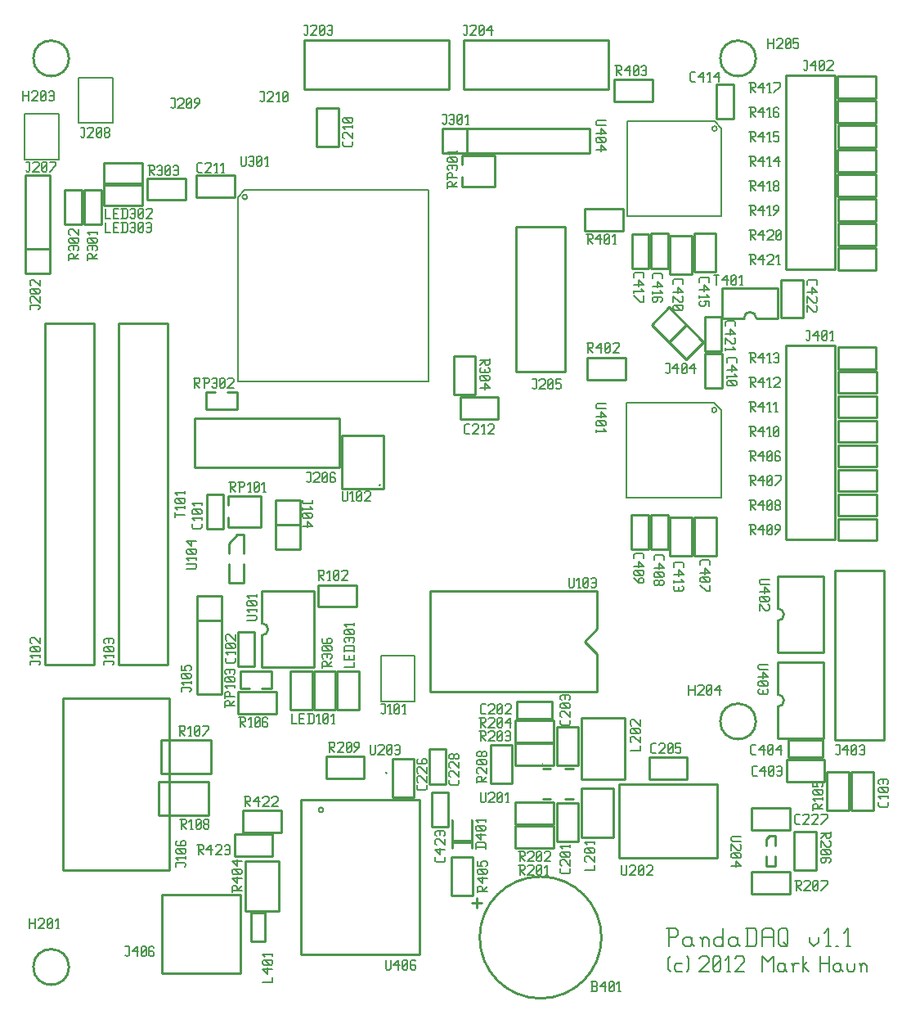
<source format=gbr>
G04 start of page 9 for group -4079 idx -4079 *
G04 Title: (unknown), topsilk *
G04 Creator: pcb 20110918 *
G04 CreationDate: Tue 10 Apr 2012 05:20:11 AM GMT UTC *
G04 For: haunma *
G04 Format: Gerber/RS-274X *
G04 PCB-Dimensions: 360000 400000 *
G04 PCB-Coordinate-Origin: lower left *
%MOIN*%
%FSLAX25Y25*%
%LNTOPSILK*%
%ADD195C,0.0050*%
%ADD194C,0.0100*%
%ADD193C,0.0080*%
G54D193*X266720Y30760D02*Y23400D01*
X265800Y30760D02*X269480D01*
X270400Y29840D01*
Y28000D01*
X269480Y27080D02*X270400Y28000D01*
X266720Y27080D02*X269480D01*
X275368D02*X276288Y26160D01*
X273528Y27080D02*X275368D01*
X272608Y26160D02*X273528Y27080D01*
X272608Y26160D02*Y24320D01*
X273528Y23400D01*
X276288Y27080D02*Y24320D01*
X277208Y23400D01*
X273528D02*X275368D01*
X276288Y24320D01*
X280336Y26160D02*Y23400D01*
Y26160D02*X281256Y27080D01*
X282176D01*
X283096Y26160D01*
Y23400D01*
X279416Y27080D02*X280336Y26160D01*
X288984Y30760D02*Y23400D01*
X288064D02*X288984Y24320D01*
X286224Y23400D02*X288064D01*
X285304Y24320D02*X286224Y23400D01*
X285304Y26160D02*Y24320D01*
Y26160D02*X286224Y27080D01*
X288064D01*
X288984Y26160D01*
X293952Y27080D02*X294872Y26160D01*
X292112Y27080D02*X293952D01*
X291192Y26160D02*X292112Y27080D01*
X291192Y26160D02*Y24320D01*
X292112Y23400D01*
X294872Y27080D02*Y24320D01*
X295792Y23400D01*
X292112D02*X293952D01*
X294872Y24320D01*
X298920Y30760D02*Y23400D01*
X301680Y30760D02*X302600Y29840D01*
Y24320D01*
X301680Y23400D02*X302600Y24320D01*
X298000Y23400D02*X301680D01*
X298000Y30760D02*X301680D01*
X304808Y29840D02*Y23400D01*
Y29840D02*X305728Y30760D01*
X308488D01*
X309408Y29840D01*
Y23400D01*
X304808Y27080D02*X309408D01*
X311616Y29840D02*Y24320D01*
Y29840D02*X312536Y30760D01*
X314376D01*
X315296Y29840D01*
Y24320D01*
X314376Y23400D02*X315296Y24320D01*
X312536Y23400D02*X314376D01*
X311616Y24320D02*X312536Y23400D01*
X313456Y25240D02*X315296Y23400D01*
X324128Y27080D02*Y25240D01*
X325968Y23400D01*
X327808Y25240D01*
Y27080D02*Y25240D01*
X330936Y23400D02*X332776D01*
X331856Y30760D02*Y23400D01*
X330016Y28920D02*X331856Y30760D01*
X334984Y23400D02*X335904D01*
X339032D02*X340872D01*
X339952Y30760D02*Y23400D01*
X338112Y28920D02*X339952Y30760D01*
X266600Y14005D02*X267355Y13250D01*
X266600Y18535D02*X267355Y19290D01*
X266600Y18535D02*Y14005D01*
X269922Y16270D02*X272187D01*
X269167Y15515D02*X269922Y16270D01*
X269167Y15515D02*Y14005D01*
X269922Y13250D01*
X272187D01*
X273999Y19290D02*X274754Y18535D01*
Y14005D01*
X273999Y13250D02*X274754Y14005D01*
X279284Y18535D02*X280039Y19290D01*
X282304D01*
X283059Y18535D01*
Y17025D01*
X279284Y13250D02*X283059Y17025D01*
X279284Y13250D02*X283059D01*
X284871Y14005D02*X285626Y13250D01*
X284871Y18535D02*Y14005D01*
Y18535D02*X285626Y19290D01*
X287136D01*
X287891Y18535D01*
Y14005D01*
X287136Y13250D02*X287891Y14005D01*
X285626Y13250D02*X287136D01*
X284871Y14760D02*X287891Y17780D01*
X290458Y13250D02*X291968D01*
X291213Y19290D02*Y13250D01*
X289703Y17780D02*X291213Y19290D01*
X293780Y18535D02*X294535Y19290D01*
X296800D01*
X297555Y18535D01*
Y17025D01*
X293780Y13250D02*X297555Y17025D01*
X293780Y13250D02*X297555D01*
X304803Y19290D02*Y13250D01*
Y19290D02*X307068Y17025D01*
X309333Y19290D01*
Y13250D01*
X313410Y16270D02*X314165Y15515D01*
X311900Y16270D02*X313410D01*
X311145Y15515D02*X311900Y16270D01*
X311145Y15515D02*Y14005D01*
X311900Y13250D01*
X314165Y16270D02*Y14005D01*
X314920Y13250D01*
X311900D02*X313410D01*
X314165Y14005D01*
X317487Y15515D02*Y13250D01*
Y15515D02*X318242Y16270D01*
X319752D01*
X316732D02*X317487Y15515D01*
X321564Y19290D02*Y13250D01*
Y15515D02*X323829Y13250D01*
X321564Y15515D02*X323074Y17025D01*
X328359Y19290D02*Y13250D01*
X332134Y19290D02*Y13250D01*
X328359Y16270D02*X332134D01*
X336211D02*X336966Y15515D01*
X334701Y16270D02*X336211D01*
X333946Y15515D02*X334701Y16270D01*
X333946Y15515D02*Y14005D01*
X334701Y13250D01*
X336966Y16270D02*Y14005D01*
X337721Y13250D01*
X334701D02*X336211D01*
X336966Y14005D01*
X339533Y16270D02*Y14005D01*
X340288Y13250D01*
X341798D01*
X342553Y14005D01*
Y16270D02*Y14005D01*
X345120Y15515D02*Y13250D01*
Y15515D02*X345875Y16270D01*
X346630D01*
X347385Y15515D01*
Y13250D01*
X344365Y16270D02*X345120Y15515D01*
G54D194*X162952Y99799D02*Y84201D01*
X154048Y99799D02*X162952D01*
X154048D02*Y84201D01*
X162952D01*
X237500Y168000D02*Y152625D01*
X232375Y147500D02*X237500Y152625D01*
Y142375D02*X232375Y147500D01*
X237500Y142375D02*Y127000D01*
X169500D02*X237500D01*
X169500Y168000D02*Y127000D01*
Y168000D02*X237500D01*
X142599Y91848D02*X127001D01*
X142599Y100752D02*Y91848D01*
X127001Y100752D02*X142599D01*
X127001Y91848D02*Y100752D01*
X130952Y135299D02*Y119701D01*
X122048Y135299D02*X130952D01*
X122048D02*Y119701D01*
X130952D01*
G54D193*X149500Y123200D02*X163200D01*
X149500Y141800D02*X163200D01*
X149500D02*Y123200D01*
X163200Y141800D02*Y123200D01*
G54D194*X131548Y135299D02*Y119701D01*
X140452D01*
Y135299D02*Y119701D01*
X131548Y135299D02*X140452D01*
X139377Y161630D02*X123779D01*
X139377Y170534D02*Y161630D01*
X123779Y170534D02*X139377D01*
X123779Y161630D02*Y170534D01*
G54D195*X151809Y94074D02*G75*G03X151809Y94074I-250J0D01*G01*
G54D194*X169032Y103611D02*X175968D01*
Y89589D01*
X169032D02*X175968D01*
X169032Y103611D02*Y89589D01*
X219799Y106548D02*X204201D01*
X219799Y115452D02*Y106548D01*
X204201Y115452D02*X219799D01*
X204201Y106548D02*Y115452D01*
Y105952D02*X219799D01*
X204201D02*Y97048D01*
X219799D01*
Y105952D02*Y97048D01*
X202952Y105299D02*Y89701D01*
X194048Y105299D02*X202952D01*
X194048D02*Y89701D01*
X202952D01*
X204989Y122968D02*X219011D01*
X204989D02*Y116032D01*
X219011D01*
Y122968D02*Y116032D01*
X229952Y81799D02*Y66201D01*
X221048Y81799D02*X229952D01*
X221048D02*Y66201D01*
X229952D01*
X219799Y63548D02*X204201D01*
X219799Y72452D02*Y63548D01*
X204201Y72452D02*X219799D01*
X204201Y63548D02*Y72452D01*
Y81952D02*X219799D01*
X204201D02*Y73048D01*
X219799D01*
Y81952D02*Y73048D01*
X221048Y112799D02*Y97201D01*
X229952D01*
Y112799D02*Y97201D01*
X221048Y112799D02*X229952D01*
X224567Y95772D02*X227732D01*
X218497D02*X215332D01*
X224567Y83324D02*X227732D01*
X218497D02*X215332D01*
G54D193*X215232Y97772D02*G75*G03X215232Y97772I100J0D01*G01*
G54D194*X178600Y66350D02*X186400D01*
X178600Y65850D02*X186400D01*
Y74600D03*
Y63400D01*
D03*
X178600Y74600D03*
Y63400D01*
D03*
X176968Y86011D02*Y71989D01*
X170032Y86011D02*X176968D01*
X170032D02*Y71989D01*
X176968D01*
X100894Y168066D02*Y155000D01*
Y150000D02*Y136934D01*
Y168066D02*X122106D01*
Y136934D01*
X100894D02*X122106D01*
X100894Y150000D02*G75*G03X100894Y155000I0J2500D01*G01*
X112648Y135299D02*Y119701D01*
X121552D01*
Y135299D02*Y119701D01*
X112648Y135299D02*X121552D01*
X19941Y54500D02*X63248D01*
X19941Y124500D02*X63248D01*
X19941D02*Y54500D01*
X63248Y124500D02*Y54500D01*
X59839Y107314D02*X80161D01*
X59839D02*Y93686D01*
X80161D01*
Y107314D02*Y93686D01*
X58839Y90514D02*X79161D01*
X58839D02*Y76886D01*
X79161D01*
Y90514D02*Y76886D01*
X108899Y69848D02*X93301D01*
X108899Y78752D02*Y69848D01*
X93301Y78752D02*X108899D01*
X93301Y69848D02*Y78752D01*
X105299Y60248D02*X89701D01*
X105299Y69152D02*Y60248D01*
X89701Y69152D02*X105299D01*
X89701Y60248D02*Y69152D01*
X106739Y118255D02*X91141D01*
X106739Y127159D02*Y118255D01*
X91141Y127159D02*X106739D01*
X91141Y118255D02*Y127159D01*
X7750Y15000D02*G75*G03X7750Y15000I7250J0D01*G01*
X244601Y376352D02*X260199D01*
X244601D02*Y367448D01*
X260199D01*
Y376352D02*Y367448D01*
G54D193*X285385Y359285D02*X288285Y356385D01*
X249715Y359285D02*X285385D01*
X249715D02*Y320715D01*
X288285D01*
Y356385D02*Y320715D01*
X285385Y357385D02*G75*G03X285385Y357385I0J-1000D01*G01*
G54D194*X259532Y313611D02*Y299589D01*
X266468D01*
Y313611D02*Y299589D01*
X259532Y313611D02*X266468D01*
X251708Y313597D02*Y299575D01*
X258644D01*
Y313597D02*Y299575D01*
X251708Y313597D02*X258644D01*
X293068Y374311D02*Y360289D01*
X286132Y374311D02*X293068D01*
X286132D02*Y360289D01*
X293068D01*
X287750Y385000D02*G75*G03X287750Y385000I7250J0D01*G01*
X335655Y337659D02*X351253D01*
X335655D02*Y328755D01*
X351253D01*
Y337659D02*Y328755D01*
X351199Y358748D02*X335601D01*
X351199Y367652D02*Y358748D01*
X335601Y367652D02*X351199D01*
X335601Y358748D02*Y367652D01*
X351259Y348741D02*X335661D01*
X351259Y357645D02*Y348741D01*
X335661Y357645D02*X351259D01*
X335661Y348741D02*Y357645D01*
X351159Y368741D02*X335561D01*
X351159Y377645D02*Y368741D01*
X335561Y377645D02*X351159D01*
X335561Y368741D02*Y377645D01*
X334400Y378100D02*Y299100D01*
X314400Y378100D02*X334400D01*
X314400D02*Y299100D01*
X334400D01*
X351239Y338741D02*X335641D01*
X351239Y347645D02*Y338741D01*
X335641Y347645D02*X351239D01*
X335641Y338741D02*Y347645D01*
X335661Y327659D02*X351259D01*
X335661D02*Y318755D01*
X351259D01*
Y327659D02*Y318755D01*
X335661Y317659D02*X351259D01*
X335661D02*Y308755D01*
X351259D01*
Y317659D02*Y308755D01*
X335721Y307652D02*X351319D01*
X335721D02*Y298748D01*
X351319D01*
Y307652D02*Y298748D01*
X267248Y198099D02*Y182501D01*
X276152D01*
Y198099D02*Y182501D01*
X267248Y198099D02*X276152D01*
X277148D02*Y182501D01*
X286052D01*
Y198099D02*Y182501D01*
X277148Y198099D02*X286052D01*
X251632Y199011D02*Y184989D01*
X258568D01*
Y199011D02*Y184989D01*
X251632Y199011D02*X258568D01*
X259425Y198971D02*Y184949D01*
X266361D01*
Y198971D02*Y184949D01*
X259425Y198971D02*X266361D01*
X351279Y258569D02*X335681D01*
X351279Y267473D02*Y258569D01*
X335681Y267473D02*X351279D01*
X335681Y258569D02*Y267473D01*
X334400Y268000D02*Y189000D01*
X314400Y268000D02*X334400D01*
X314400D02*Y189000D01*
X334400D01*
X335761Y207545D02*X351359D01*
X335761D02*Y198641D01*
X351359D01*
Y207545D02*Y198641D01*
X351339Y238655D02*X335741D01*
X351339Y247559D02*Y238655D01*
X335741Y247559D02*X351339D01*
X335741Y238655D02*Y247559D01*
X335761Y217545D02*X351359D01*
X335761D02*Y208641D01*
X351359D01*
Y217545D02*Y208641D01*
X351339Y248641D02*X335741D01*
X351339Y257545D02*Y248641D01*
X335741Y257545D02*X351339D01*
X335741Y248641D02*Y257545D01*
X351359Y228655D02*X335761D01*
X351359Y237559D02*Y228655D01*
X335761Y237559D02*X351359D01*
X335761Y228655D02*Y237559D01*
X335741Y227545D02*X351339D01*
X335741D02*Y218641D01*
X351339D01*
Y227545D02*Y218641D01*
X335801Y197552D02*X351399D01*
X335801D02*Y188648D01*
X351399D01*
Y197552D02*Y188648D01*
X288568Y264911D02*Y250889D01*
X281632Y264911D02*X288568D01*
X281632D02*Y250889D01*
X288568D01*
G54D193*X285285Y244685D02*X288185Y241785D01*
X249615Y244685D02*X285285D01*
X249615D02*Y206115D01*
X288185D01*
Y241785D02*Y206115D01*
X285285Y242785D02*G75*G03X285285Y242785I0J-1000D01*G01*
G54D194*X132052Y364699D02*Y349101D01*
X123148Y364699D02*X132052D01*
X123148D02*Y349101D01*
X132052D01*
X182392Y345414D02*Y341600D01*
Y336600D02*Y332786D01*
Y345414D02*X195808D01*
Y332786D01*
X182392D02*X195808D01*
X242000Y372500D02*X183000D01*
X242000Y392500D02*Y372500D01*
X183000Y392500D02*X242000D01*
X183000Y372500D02*Y392500D01*
X248999Y254248D02*X233401D01*
X248999Y263152D02*Y254248D01*
X233401Y263152D02*X248999D01*
X233401Y254248D02*Y263152D01*
X204500Y316500D02*Y257500D01*
X224500D01*
Y316500D02*Y257500D01*
X204500Y316500D02*X224500D01*
X247999Y314748D02*X232401D01*
X247999Y323652D02*Y314748D01*
X232401Y323652D02*X247999D01*
X232401Y314748D02*Y323652D01*
G54D193*X91030Y328570D02*X93930Y331470D01*
X91030Y328570D02*Y253530D01*
X168970D01*
Y331470D02*Y253530D01*
X93930Y331470D02*X168970D01*
X92930Y328570D02*G75*G03X92930Y328570I1000J0D01*G01*
G54D194*X179048Y263799D02*Y248201D01*
X187952D01*
Y263799D02*Y248201D01*
X179048Y263799D02*X187952D01*
X311100Y291400D02*Y279200D01*
X288600Y291400D02*X311100D01*
X288600D02*Y279200D01*
X297400D01*
X302400D02*X311100D01*
X302400D02*G75*G03X297400Y279200I-2500J0D01*G01*
X312448Y294899D02*Y279301D01*
X321352D01*
Y294899D02*Y279301D01*
X312448Y294899D02*X321352D01*
X266828Y269500D02*X273900Y262429D01*
Y276571D02*X266828Y269500D01*
X280971D02*X273900Y262429D01*
X259757Y276571D02*X273900Y262429D01*
X266828Y283642D02*X259757Y276571D01*
X266828Y283642D02*X280971Y269500D01*
X288268Y279911D02*Y265889D01*
X281332Y279911D02*X288268D01*
X281332D02*Y265889D01*
X288268D01*
X277048Y313599D02*Y298001D01*
X285952D01*
Y313599D02*Y298001D01*
X277048Y313599D02*X285952D01*
X267148Y312699D02*Y297101D01*
X276052D01*
Y312699D02*Y297101D01*
X267148Y312699D02*X276052D01*
X311174Y174066D02*Y161000D01*
Y156000D02*Y142934D01*
Y174066D02*X329826D01*
Y142934D01*
X311174D02*X329826D01*
X311174Y156000D02*G75*G03X311174Y161000I0J2500D01*G01*
X341248Y94399D02*Y78801D01*
X350152D01*
Y94399D02*Y78801D01*
X341248Y94399D02*X350152D01*
X331248D02*Y78801D01*
X340152D01*
Y94399D02*Y78801D01*
X331248Y94399D02*X340152D01*
X354500Y176500D02*Y107500D01*
X334500Y176500D02*X354500D01*
X334500D02*Y107500D01*
X354500D01*
X330299Y90548D02*X314701D01*
X330299Y99452D02*Y90548D01*
X314701Y99452D02*X330299D01*
X314701Y90548D02*Y99452D01*
X300461Y70841D02*X316059D01*
Y79745D02*Y70841D01*
X300461Y79745D02*X316059D01*
X300461D02*Y70841D01*
X329511Y100532D02*X315489D01*
X329511Y107468D02*Y100532D01*
X315489Y107468D02*X329511D01*
X315489Y100532D02*Y107468D01*
X317808Y70092D02*Y54494D01*
X326712D01*
Y70092D02*Y54494D01*
X317808Y70092D02*X326712D01*
X287750Y115000D02*G75*G03X287750Y115000I7250J0D01*G01*
X310010Y60093D02*Y56193D01*
X306510D02*X310010D01*
X306510Y60093D02*Y56193D01*
X310010Y68393D02*Y64493D01*
X307735Y68393D02*X310010D01*
X306510Y67168D02*X307735Y68393D01*
X306510Y67168D02*Y64493D01*
X258701Y100452D02*X274299D01*
X258701D02*Y91548D01*
X274299D01*
Y100452D02*Y91548D01*
X248874Y116400D02*Y91400D01*
X231126Y116400D02*X248874D01*
X231126D02*Y91400D01*
X248874D01*
X231088Y87900D02*Y67900D01*
X244112D01*
Y87900D02*Y67900D01*
X231088Y87900D02*X244112D01*
X246599Y89441D02*X286401D01*
X246599D02*Y59559D01*
X286401D01*
Y89441D02*Y59559D01*
X311174Y139066D02*Y126000D01*
Y121000D02*Y107934D01*
Y139066D02*X329826D01*
Y107934D01*
X311174D02*X329826D01*
X311174Y121000D02*G75*G03X311174Y126000I0J2500D01*G01*
X300461Y53745D02*X316059D01*
X300461D02*Y44841D01*
X316059D01*
Y53745D02*Y44841D01*
X186952Y59799D02*Y44201D01*
X178048Y59799D02*X186952D01*
X178048D02*Y44201D01*
X186952D01*
X186500Y41000D02*X190500D01*
X188500Y39000D02*Y43000D01*
X189697Y27000D02*G75*G03X189697Y27000I24803J0D01*G01*
X107914Y58061D02*Y37739D01*
X94286Y58061D02*X107914D01*
X94286D02*Y37739D01*
X107914D01*
X102277Y37130D02*Y25470D01*
X96523Y37130D02*X102277D01*
X96523D02*Y25470D01*
X102277D01*
X116984Y82996D02*Y20004D01*
X165016Y82996D02*Y20004D01*
X116984D02*X165016D01*
X116984Y82996D02*X165016D01*
G54D193*X126000Y79000D02*G75*G03X126000Y79000I-1000J0D01*G01*
G54D194*X92300Y12300D02*X60300D01*
X92300Y44300D02*Y12300D01*
X60300Y44300D02*X92300D01*
X60300Y12300D02*Y44300D01*
X177000Y372500D02*X118000D01*
X177000Y392500D02*Y372500D01*
X118000Y392500D02*X177000D01*
X118000Y372500D02*Y392500D01*
X174500Y356500D02*X184500D01*
Y346500D01*
X174500Y356500D02*Y346500D01*
Y356500D02*X234500D01*
Y346500D01*
X174500D02*X234500D01*
X116338Y195189D02*Y205189D01*
X106338Y195189D02*X116338D01*
Y205189D02*X106338D01*
X116338Y185189D02*Y205189D01*
X106338Y185189D02*X116338D01*
X106338Y205189D02*Y185189D01*
X90714Y249159D02*X86900D01*
X78086D02*X81900D01*
X90714Y242041D02*Y249159D01*
X78086Y242041D02*X90714D01*
X78086Y249159D02*Y242041D01*
X73400Y238500D02*X132400D01*
X73400D02*Y218500D01*
X132400D01*
Y238500D02*Y218500D01*
X32500Y277000D02*Y138000D01*
X12500Y277000D02*X32500D01*
X12500D02*Y138000D01*
X32500D01*
X62500Y277000D02*Y138000D01*
X42500Y277000D02*X62500D01*
X42500D02*Y138000D01*
X62500D01*
X93538Y171339D02*Y178989D01*
X87338Y171339D02*X93538D01*
X87338Y178989D02*Y171339D01*
X93538Y191039D02*Y183389D01*
X90938Y191039D02*X93538D01*
X87338Y187439D02*X90938Y191039D01*
X87338Y183389D02*Y187439D01*
X87204Y206748D02*Y202934D01*
Y197934D02*Y194120D01*
Y206748D02*X100620D01*
Y194120D01*
X87204D02*X100620D01*
X85306Y207551D02*Y193529D01*
X78370Y207551D02*X85306D01*
X78370D02*Y193529D01*
X85306D01*
X84338Y156189D02*Y166189D01*
X74338Y156189D02*X84338D01*
Y166189D02*X74338D01*
X84338Y126189D02*Y166189D01*
X74338Y126189D02*X84338D01*
X74338Y166189D02*Y126189D01*
X91032Y151511D02*Y137489D01*
X97968D01*
Y151511D02*Y137489D01*
X91032Y151511D02*X97968D01*
X92126Y128348D02*X95940D01*
X100940D02*X104754D01*
X92126Y135466D02*Y128348D01*
Y135466D02*X104754D01*
Y128348D01*
X197299Y238048D02*X181701D01*
X197299Y246952D02*Y238048D01*
X181701Y246952D02*X197299D01*
X181701Y238048D02*Y246952D01*
X150380Y231543D02*Y209857D01*
X133420Y231543D02*X150380D01*
X133420D02*Y209857D01*
X150380D01*
G54D195*X148900Y210950D02*G75*G03X148900Y210950I0J250D01*G01*
G54D194*X7750Y385000D02*G75*G03X7750Y385000I7250J0D01*G01*
X74201Y337452D02*X89799D01*
X74201D02*Y328548D01*
X89799D01*
Y337452D02*Y328548D01*
X54301Y336252D02*X69899D01*
X54301D02*Y327348D01*
X69899D01*
Y336252D02*Y327348D01*
X36501Y342352D02*X52099D01*
X36501D02*Y333448D01*
X52099D01*
Y342352D02*Y333448D01*
X36501Y334152D02*X52099D01*
X36501D02*Y325248D01*
X52099D01*
Y334152D02*Y325248D01*
X28532Y331411D02*Y317389D01*
X35468D01*
Y331411D02*Y317389D01*
X28532Y331411D02*X35468D01*
X4500Y307500D02*Y297500D01*
Y307500D02*X14500D01*
X4500Y297500D02*X14500D01*
X4500Y337500D02*Y297500D01*
Y337500D02*X14500D01*
Y297500D01*
G54D193*X4300Y343700D02*X18000D01*
X4300Y362300D02*X18000D01*
X4300D02*Y343700D01*
X18000Y362300D02*Y343700D01*
X26300Y358600D02*X40000D01*
X26300Y377200D02*X40000D01*
X26300D02*Y358600D01*
X40000Y377200D02*Y358600D01*
G54D194*X20532Y331411D02*Y317389D01*
X27468D01*
Y331411D02*Y317389D01*
X20532Y331411D02*X27468D01*
G54D193*X128000Y106500D02*X130000D01*
X130500Y106000D01*
Y105000D01*
X130000Y104500D02*X130500Y105000D01*
X128500Y104500D02*X130000D01*
X128500Y106500D02*Y102500D01*
Y104500D02*X130500Y102500D01*
X131700Y106000D02*X132200Y106500D01*
X133700D01*
X134200Y106000D01*
Y105000D01*
X131700Y102500D02*X134200Y105000D01*
X131700Y102500D02*X134200D01*
X135400Y103000D02*X135900Y102500D01*
X135400Y106000D02*Y103000D01*
Y106000D02*X135900Y106500D01*
X136900D01*
X137400Y106000D01*
Y103000D01*
X136900Y102500D02*X137400Y103000D01*
X135900Y102500D02*X136900D01*
X135400Y103500D02*X137400Y105500D01*
X138600Y102500D02*X140600Y104500D01*
Y106000D02*Y104500D01*
X140100Y106500D02*X140600Y106000D01*
X139100Y106500D02*X140100D01*
X138600Y106000D02*X139100Y106500D01*
X138600Y106000D02*Y105000D01*
X139100Y104500D01*
X140600D01*
X125400Y138800D02*Y136800D01*
Y138800D02*X125900Y139300D01*
X126900D01*
X127400Y138800D02*X126900Y139300D01*
X127400Y138800D02*Y137300D01*
X125400D02*X129400D01*
X127400D02*X129400Y139300D01*
X125900Y140500D02*X125400Y141000D01*
Y142000D02*Y141000D01*
Y142000D02*X125900Y142500D01*
X128900D01*
X129400Y142000D02*X128900Y142500D01*
X129400Y142000D02*Y141000D01*
X128900Y140500D02*X129400Y141000D01*
X127400Y142500D02*Y141000D01*
X128900Y143700D02*X129400Y144200D01*
X125900Y143700D02*X128900D01*
X125900D02*X125400Y144200D01*
Y145200D02*Y144200D01*
Y145200D02*X125900Y145700D01*
X128900D01*
X129400Y145200D02*X128900Y145700D01*
X129400Y145200D02*Y144200D01*
X128400Y143700D02*X126400Y145700D01*
X125400Y148400D02*X125900Y148900D01*
X125400Y148400D02*Y147400D01*
X125900Y146900D02*X125400Y147400D01*
X125900Y146900D02*X128900D01*
X129400Y147400D01*
X127400Y148400D02*X127900Y148900D01*
X127400Y148400D02*Y146900D01*
X129400Y148400D02*Y147400D01*
Y148400D02*X128900Y148900D01*
X127900D02*X128900D01*
X149500Y122000D02*X151000D01*
Y118500D01*
X150500Y118000D02*X151000Y118500D01*
X150000Y118000D02*X150500D01*
X149500Y118500D02*X150000Y118000D01*
X152700D02*X153700D01*
X153200Y122000D02*Y118000D01*
X152200Y121000D02*X153200Y122000D01*
X154900Y118500D02*X155400Y118000D01*
X154900Y121500D02*Y118500D01*
Y121500D02*X155400Y122000D01*
X156400D01*
X156900Y121500D01*
Y118500D01*
X156400Y118000D02*X156900Y118500D01*
X155400Y118000D02*X156400D01*
X154900Y119000D02*X156900Y121000D01*
X158600Y118000D02*X159600D01*
X159100Y122000D02*Y118000D01*
X158100Y121000D02*X159100Y122000D01*
X134600Y137000D02*X138600D01*
Y139000D02*Y137000D01*
X136600Y141700D02*Y140200D01*
X138600Y142200D02*Y140200D01*
X134600D02*X138600D01*
X134600Y142200D02*Y140200D01*
Y143900D02*X138600D01*
X134600Y145400D02*X135100Y145900D01*
X138100D01*
X138600Y145400D02*X138100Y145900D01*
X138600Y145400D02*Y143400D01*
X134600Y145400D02*Y143400D01*
X135100Y147100D02*X134600Y147600D01*
Y148600D02*Y147600D01*
Y148600D02*X135100Y149100D01*
X138100D01*
X138600Y148600D02*X138100Y149100D01*
X138600Y148600D02*Y147600D01*
X138100Y147100D02*X138600Y147600D01*
X136600Y149100D02*Y147600D01*
X138100Y150300D02*X138600Y150800D01*
X135100Y150300D02*X138100D01*
X135100D02*X134600Y150800D01*
Y151800D02*Y150800D01*
Y151800D02*X135100Y152300D01*
X138100D01*
X138600Y151800D02*X138100Y152300D01*
X138600Y151800D02*Y150800D01*
X137600Y150300D02*X135600Y152300D01*
X138600Y155000D02*Y154000D01*
X134600Y154500D02*X138600D01*
X135600Y153500D02*X134600Y154500D01*
X268721Y179299D02*Y177799D01*
X269221Y179799D02*X268721Y179299D01*
X269221Y179799D02*X272221D01*
X272721Y179299D01*
Y177799D01*
X270721Y176599D02*X272721Y174599D01*
X270721Y176599D02*Y174099D01*
X268721Y174599D02*X272721D01*
X268721Y172399D02*Y171399D01*
Y171899D02*X272721D01*
X271721Y172899D02*X272721Y171899D01*
X272221Y170199D02*X272721Y169699D01*
Y168699D01*
X272221Y168199D01*
X269221D02*X272221D01*
X268721Y168699D02*X269221Y168199D01*
X268721Y169699D02*Y168699D01*
X269221Y170199D02*X268721Y169699D01*
X270721D02*Y168199D01*
X226000Y173500D02*Y170000D01*
X226500Y169500D01*
X227500D01*
X228000Y170000D01*
Y173500D02*Y170000D01*
X229700Y169500D02*X230700D01*
X230200Y173500D02*Y169500D01*
X229200Y172500D02*X230200Y173500D01*
X231900Y170000D02*X232400Y169500D01*
X231900Y173000D02*Y170000D01*
Y173000D02*X232400Y173500D01*
X233400D01*
X233900Y173000D01*
Y170000D01*
X233400Y169500D02*X233900Y170000D01*
X232400Y169500D02*X233400D01*
X231900Y170500D02*X233900Y172500D01*
X235100Y173000D02*X235600Y173500D01*
X236600D01*
X237100Y173000D01*
Y170000D01*
X236600Y169500D02*X237100Y170000D01*
X235600Y169500D02*X236600D01*
X235100Y170000D02*X235600Y169500D01*
Y171500D02*X237100D01*
X189500Y111000D02*X191500D01*
X192000Y110500D01*
Y109500D01*
X191500Y109000D02*X192000Y109500D01*
X190000Y109000D02*X191500D01*
X190000Y111000D02*Y107000D01*
Y109000D02*X192000Y107000D01*
X193200Y110500D02*X193700Y111000D01*
X195200D01*
X195700Y110500D01*
Y109500D01*
X193200Y107000D02*X195700Y109500D01*
X193200Y107000D02*X195700D01*
X196900Y107500D02*X197400Y107000D01*
X196900Y110500D02*Y107500D01*
Y110500D02*X197400Y111000D01*
X198400D01*
X198900Y110500D01*
Y107500D01*
X198400Y107000D02*X198900Y107500D01*
X197400Y107000D02*X198400D01*
X196900Y108000D02*X198900Y110000D01*
X200100Y110500D02*X200600Y111000D01*
X201600D01*
X202100Y110500D01*
Y107500D01*
X201600Y107000D02*X202100Y107500D01*
X200600Y107000D02*X201600D01*
X200100Y107500D02*X200600Y107000D01*
Y109000D02*X202100D01*
X251079Y103101D02*X255079D01*
Y105101D02*Y103101D01*
X251579Y106301D02*X251079Y106801D01*
Y108301D02*Y106801D01*
Y108301D02*X251579Y108801D01*
X252579D01*
X255079Y106301D02*X252579Y108801D01*
X255079D02*Y106301D01*
X254579Y110001D02*X255079Y110501D01*
X251579Y110001D02*X254579D01*
X251579D02*X251079Y110501D01*
Y111501D02*Y110501D01*
Y111501D02*X251579Y112001D01*
X254579D01*
X255079Y111501D02*X254579Y112001D01*
X255079Y111501D02*Y110501D01*
X254079Y110001D02*X252079Y112001D01*
X251579Y113201D02*X251079Y113701D01*
Y115201D02*Y113701D01*
Y115201D02*X251579Y115701D01*
X252579D01*
X255079Y113201D02*X252579Y115701D01*
X255079D02*Y113201D01*
X226500Y115500D02*Y114000D01*
X226000Y113500D02*X226500Y114000D01*
X223000Y113500D02*X226000D01*
X223000D02*X222500Y114000D01*
Y115500D02*Y114000D01*
X223000Y116700D02*X222500Y117200D01*
Y118700D02*Y117200D01*
Y118700D02*X223000Y119200D01*
X224000D01*
X226500Y116700D02*X224000Y119200D01*
X226500D02*Y116700D01*
X226000Y120400D02*X226500Y120900D01*
X223000Y120400D02*X226000D01*
X223000D02*X222500Y120900D01*
Y121900D02*Y120900D01*
Y121900D02*X223000Y122400D01*
X226000D01*
X226500Y121900D02*X226000Y122400D01*
X226500Y121900D02*Y120900D01*
X225500Y120400D02*X223500Y122400D01*
X223000Y123600D02*X222500Y124100D01*
Y125100D02*Y124100D01*
Y125100D02*X223000Y125600D01*
X226000D01*
X226500Y125100D02*X226000Y125600D01*
X226500Y125100D02*Y124100D01*
X226000Y123600D02*X226500Y124100D01*
X224500Y125600D02*Y124100D01*
X190500Y118000D02*X192000D01*
X190000Y118500D02*X190500Y118000D01*
X190000Y121500D02*Y118500D01*
Y121500D02*X190500Y122000D01*
X192000D01*
X193200Y121500D02*X193700Y122000D01*
X195200D01*
X195700Y121500D01*
Y120500D01*
X193200Y118000D02*X195700Y120500D01*
X193200Y118000D02*X195700D01*
X196900Y118500D02*X197400Y118000D01*
X196900Y121500D02*Y118500D01*
Y121500D02*X197400Y122000D01*
X198400D01*
X198900Y121500D01*
Y118500D01*
X198400Y118000D02*X198900Y118500D01*
X197400Y118000D02*X198400D01*
X196900Y119000D02*X198900Y121000D01*
X200100Y121500D02*X200600Y122000D01*
X202100D01*
X202600Y121500D01*
Y120500D01*
X200100Y118000D02*X202600Y120500D01*
X200100Y118000D02*X202600D01*
X113100Y118100D02*Y114100D01*
X115100D01*
X116300Y116100D02*X117800D01*
X116300Y114100D02*X118300D01*
X116300Y118100D02*Y114100D01*
Y118100D02*X118300D01*
X120000D02*Y114100D01*
X121500Y118100D02*X122000Y117600D01*
Y114600D01*
X121500Y114100D02*X122000Y114600D01*
X119500Y114100D02*X121500D01*
X119500Y118100D02*X121500D01*
X123700Y114100D02*X124700D01*
X124200Y118100D02*Y114100D01*
X123200Y117100D02*X124200Y118100D01*
X125900Y114600D02*X126400Y114100D01*
X125900Y117600D02*Y114600D01*
Y117600D02*X126400Y118100D01*
X127400D01*
X127900Y117600D01*
Y114600D01*
X127400Y114100D02*X127900Y114600D01*
X126400Y114100D02*X127400D01*
X125900Y115100D02*X127900Y117100D01*
X129600Y114100D02*X130600D01*
X130100Y118100D02*Y114100D01*
X129100Y117100D02*X130100Y118100D01*
X301201Y92921D02*X302701D01*
X300701Y93421D02*X301201Y92921D01*
X300701Y96421D02*Y93421D01*
Y96421D02*X301201Y96921D01*
X302701D01*
X303901Y94921D02*X305901Y96921D01*
X303901Y94921D02*X306401D01*
X305901Y96921D02*Y92921D01*
X307601Y93421D02*X308101Y92921D01*
X307601Y96421D02*Y93421D01*
Y96421D02*X308101Y96921D01*
X309101D01*
X309601Y96421D01*
Y93421D01*
X309101Y92921D02*X309601Y93421D01*
X308101Y92921D02*X309101D01*
X307601Y93921D02*X309601Y95921D01*
X310801Y96421D02*X311301Y96921D01*
X312301D01*
X312801Y96421D01*
Y93421D01*
X312301Y92921D02*X312801Y93421D01*
X311301Y92921D02*X312301D01*
X310801Y93421D02*X311301Y92921D01*
Y94921D02*X312801D01*
X300798Y101544D02*X302298D01*
X300298Y102044D02*X300798Y101544D01*
X300298Y105044D02*Y102044D01*
Y105044D02*X300798Y105544D01*
X302298D01*
X303498Y103544D02*X305498Y105544D01*
X303498Y103544D02*X305998D01*
X305498Y105544D02*Y101544D01*
X307198Y102044D02*X307698Y101544D01*
X307198Y105044D02*Y102044D01*
Y105044D02*X307698Y105544D01*
X308698D01*
X309198Y105044D01*
Y102044D01*
X308698Y101544D02*X309198Y102044D01*
X307698Y101544D02*X308698D01*
X307198Y102544D02*X309198Y104544D01*
X310398Y103544D02*X312398Y105544D01*
X310398Y103544D02*X312898D01*
X312398Y105544D02*Y101544D01*
X303700Y138200D02*X307200D01*
X303700D02*X303200Y137700D01*
Y136700D01*
X303700Y136200D01*
X307200D01*
X305200Y135000D02*X307200Y133000D01*
X305200Y135000D02*Y132500D01*
X303200Y133000D02*X307200D01*
X303700Y131300D02*X303200Y130800D01*
X303700Y131300D02*X306700D01*
X307200Y130800D01*
Y129800D01*
X306700Y129300D01*
X303700D02*X306700D01*
X303200Y129800D02*X303700Y129300D01*
X303200Y130800D02*Y129800D01*
X304200Y131300D02*X306200Y129300D01*
X306700Y128100D02*X307200Y127600D01*
Y126600D01*
X306700Y126100D01*
X303700D02*X306700D01*
X303200Y126600D02*X303700Y126100D01*
X303200Y127600D02*Y126600D01*
X303700Y128100D02*X303200Y127600D01*
X305200D02*Y126100D01*
X356200Y82200D02*Y80700D01*
X355700Y80200D02*X356200Y80700D01*
X352700Y80200D02*X355700D01*
X352700D02*X352200Y80700D01*
Y82200D02*Y80700D01*
X356200Y84900D02*Y83900D01*
X352200Y84400D02*X356200D01*
X353200Y83400D02*X352200Y84400D01*
X355700Y86100D02*X356200Y86600D01*
X352700Y86100D02*X355700D01*
X352700D02*X352200Y86600D01*
Y87600D02*Y86600D01*
Y87600D02*X352700Y88100D01*
X355700D01*
X356200Y87600D02*X355700Y88100D01*
X356200Y87600D02*Y86600D01*
X355200Y86100D02*X353200Y88100D01*
X352700Y89300D02*X352200Y89800D01*
Y90800D02*Y89800D01*
Y90800D02*X352700Y91300D01*
X355700D01*
X356200Y90800D02*X355700Y91300D01*
X356200Y90800D02*Y89800D01*
X355700Y89300D02*X356200Y89800D01*
X354200Y91300D02*Y89800D01*
X318747Y73194D02*X320247D01*
X318247Y73694D02*X318747Y73194D01*
X318247Y76694D02*Y73694D01*
Y76694D02*X318747Y77194D01*
X320247D01*
X321447Y76694D02*X321947Y77194D01*
X323447D01*
X323947Y76694D01*
Y75694D01*
X321447Y73194D02*X323947Y75694D01*
X321447Y73194D02*X323947D01*
X325147Y76694D02*X325647Y77194D01*
X327147D01*
X327647Y76694D01*
Y75694D01*
X325147Y73194D02*X327647Y75694D01*
X325147Y73194D02*X327647D01*
X328847D02*X331347Y75694D01*
Y77194D02*Y75694D01*
X328847Y77194D02*X331347D01*
X325565Y80821D02*Y78821D01*
Y80821D02*X326065Y81321D01*
X327065D01*
X327565Y80821D02*X327065Y81321D01*
X327565Y80821D02*Y79321D01*
X325565D02*X329565D01*
X327565D02*X329565Y81321D01*
Y84021D02*Y83021D01*
X325565Y83521D02*X329565D01*
X326565Y82521D02*X325565Y83521D01*
X329065Y85221D02*X329565Y85721D01*
X326065Y85221D02*X329065D01*
X326065D02*X325565Y85721D01*
Y86721D02*Y85721D01*
Y86721D02*X326065Y87221D01*
X329065D01*
X329565Y86721D02*X329065Y87221D01*
X329565Y86721D02*Y85721D01*
X328565Y85221D02*X326565Y87221D01*
X325565Y90421D02*Y88421D01*
X327565D01*
X327065Y88921D01*
Y89921D02*Y88921D01*
Y89921D02*X327565Y90421D01*
X329065D01*
X329565Y89921D02*X329065Y90421D01*
X329565Y89921D02*Y88921D01*
X329065Y88421D02*X329565Y88921D01*
X332681Y70092D02*Y68092D01*
X332181Y67592D01*
X331181D02*X332181D01*
X330681Y68092D02*X331181Y67592D01*
X330681Y69592D02*Y68092D01*
X328681Y69592D02*X332681D01*
X330681D02*X328681Y67592D01*
X332181Y66392D02*X332681Y65892D01*
Y64392D01*
X332181Y63892D01*
X331181D02*X332181D01*
X328681Y66392D02*X331181Y63892D01*
X328681Y66392D02*Y63892D01*
X329181Y62692D02*X328681Y62192D01*
X329181Y62692D02*X332181D01*
X332681Y62192D01*
Y61192D01*
X332181Y60692D01*
X329181D02*X332181D01*
X328681Y61192D02*X329181Y60692D01*
X328681Y62192D02*Y61192D01*
X329681Y62692D02*X331681Y60692D01*
X332681Y57992D02*X332181Y57492D01*
X332681Y58992D02*Y57992D01*
X332181Y59492D02*X332681Y58992D01*
X329181Y59492D02*X332181D01*
X329181D02*X328681Y58992D01*
X330681Y57992D02*X330181Y57492D01*
X330681Y59492D02*Y57992D01*
X328681Y58992D02*Y57992D01*
X329181Y57492D01*
X330181D01*
X334900Y105300D02*X336400D01*
Y101800D01*
X335900Y101300D02*X336400Y101800D01*
X335400Y101300D02*X335900D01*
X334900Y101800D02*X335400Y101300D01*
X337600Y103300D02*X339600Y105300D01*
X337600Y103300D02*X340100D01*
X339600Y105300D02*Y101300D01*
X341300Y101800D02*X341800Y101300D01*
X341300Y104800D02*Y101800D01*
Y104800D02*X341800Y105300D01*
X342800D01*
X343300Y104800D01*
Y101800D01*
X342800Y101300D02*X343300Y101800D01*
X341800Y101300D02*X342800D01*
X341300Y102300D02*X343300Y104300D01*
X344500Y104800D02*X345000Y105300D01*
X346000D01*
X346500Y104800D01*
Y101800D01*
X346000Y101300D02*X346500Y101800D01*
X345000Y101300D02*X346000D01*
X344500Y101800D02*X345000Y101300D01*
Y103300D02*X346500D01*
X318247Y50194D02*X320247D01*
X320747Y49694D01*
Y48694D01*
X320247Y48194D02*X320747Y48694D01*
X318747Y48194D02*X320247D01*
X318747Y50194D02*Y46194D01*
Y48194D02*X320747Y46194D01*
X321947Y49694D02*X322447Y50194D01*
X323947D01*
X324447Y49694D01*
Y48694D01*
X321947Y46194D02*X324447Y48694D01*
X321947Y46194D02*X324447D01*
X325647Y46694D02*X326147Y46194D01*
X325647Y49694D02*Y46694D01*
Y49694D02*X326147Y50194D01*
X327147D01*
X327647Y49694D01*
Y46694D01*
X327147Y46194D02*X327647Y46694D01*
X326147Y46194D02*X327147D01*
X325647Y47194D02*X327647Y49194D01*
X328847Y46194D02*X331347Y48694D01*
Y50194D02*Y48694D01*
X328847Y50194D02*X331347D01*
X274900Y129900D02*Y125900D01*
X277400Y129900D02*Y125900D01*
X274900Y127900D02*X277400D01*
X278600Y129400D02*X279100Y129900D01*
X280600D01*
X281100Y129400D01*
Y128400D01*
X278600Y125900D02*X281100Y128400D01*
X278600Y125900D02*X281100D01*
X282300Y126400D02*X282800Y125900D01*
X282300Y129400D02*Y126400D01*
Y129400D02*X282800Y129900D01*
X283800D01*
X284300Y129400D01*
Y126400D01*
X283800Y125900D02*X284300Y126400D01*
X282800Y125900D02*X283800D01*
X282300Y126900D02*X284300Y128900D01*
X285500Y127900D02*X287500Y129900D01*
X285500Y127900D02*X288000D01*
X287500Y129900D02*Y125900D01*
X304300Y172800D02*X307800D01*
X304300D02*X303800Y172300D01*
Y171300D01*
X304300Y170800D01*
X307800D01*
X305800Y169600D02*X307800Y167600D01*
X305800Y169600D02*Y167100D01*
X303800Y167600D02*X307800D01*
X304300Y165900D02*X303800Y165400D01*
X304300Y165900D02*X307300D01*
X307800Y165400D01*
Y164400D01*
X307300Y163900D01*
X304300D02*X307300D01*
X303800Y164400D02*X304300Y163900D01*
X303800Y165400D02*Y164400D01*
X304800Y165900D02*X306800Y163900D01*
X307300Y162700D02*X307800Y162200D01*
Y160700D01*
X307300Y160200D01*
X306300D02*X307300D01*
X303800Y162700D02*X306300Y160200D01*
X303800Y162700D02*Y160200D01*
X299500Y195000D02*X301500D01*
X302000Y194500D01*
Y193500D01*
X301500Y193000D02*X302000Y193500D01*
X300000Y193000D02*X301500D01*
X300000Y195000D02*Y191000D01*
Y193000D02*X302000Y191000D01*
X303200Y193000D02*X305200Y195000D01*
X303200Y193000D02*X305700D01*
X305200Y195000D02*Y191000D01*
X306900Y191500D02*X307400Y191000D01*
X306900Y194500D02*Y191500D01*
Y194500D02*X307400Y195000D01*
X308400D01*
X308900Y194500D01*
Y191500D01*
X308400Y191000D02*X308900Y191500D01*
X307400Y191000D02*X308400D01*
X306900Y192000D02*X308900Y194000D01*
X310100Y191000D02*X312100Y193000D01*
Y194500D02*Y193000D01*
X311600Y195000D02*X312100Y194500D01*
X310600Y195000D02*X311600D01*
X310100Y194500D02*X310600Y195000D01*
X310100Y194500D02*Y193500D01*
X310600Y193000D01*
X312100D01*
X279521Y180099D02*Y178599D01*
X280021Y180599D02*X279521Y180099D01*
X280021Y180599D02*X283021D01*
X283521Y180099D01*
Y178599D01*
X281521Y177399D02*X283521Y175399D01*
X281521Y177399D02*Y174899D01*
X279521Y175399D02*X283521D01*
X280021Y173699D02*X279521Y173199D01*
X280021Y173699D02*X283021D01*
X283521Y173199D01*
Y172199D01*
X283021Y171699D01*
X280021D02*X283021D01*
X279521Y172199D02*X280021Y171699D01*
X279521Y173199D02*Y172199D01*
X280521Y173699D02*X282521Y171699D01*
X279521Y170499D02*X282021Y167999D01*
X283521D01*
Y170499D02*Y167999D01*
X184000Y232000D02*X185500D01*
X183500Y232500D02*X184000Y232000D01*
X183500Y235500D02*Y232500D01*
Y235500D02*X184000Y236000D01*
X185500D01*
X186700Y235500D02*X187200Y236000D01*
X188700D01*
X189200Y235500D01*
Y234500D01*
X186700Y232000D02*X189200Y234500D01*
X186700Y232000D02*X189200D01*
X190900D02*X191900D01*
X191400Y236000D02*Y232000D01*
X190400Y235000D02*X191400Y236000D01*
X193100Y235500D02*X193600Y236000D01*
X195100D01*
X195600Y235500D01*
Y234500D01*
X193100Y232000D02*X195600Y234500D01*
X193100Y232000D02*X195600D01*
X193821Y262699D02*Y260699D01*
X193321Y260199D01*
X192321D02*X193321D01*
X191821Y260699D02*X192321Y260199D01*
X191821Y262199D02*Y260699D01*
X189821Y262199D02*X193821D01*
X191821D02*X189821Y260199D01*
X193321Y258999D02*X193821Y258499D01*
Y257499D01*
X193321Y256999D01*
X190321D02*X193321D01*
X189821Y257499D02*X190321Y256999D01*
X189821Y258499D02*Y257499D01*
X190321Y258999D02*X189821Y258499D01*
X191821D02*Y256999D01*
X190321Y255799D02*X189821Y255299D01*
X190321Y255799D02*X193321D01*
X193821Y255299D01*
Y254299D01*
X193321Y253799D01*
X190321D02*X193321D01*
X189821Y254299D02*X190321Y253799D01*
X189821Y255299D02*Y254299D01*
X190821Y255799D02*X192821Y253799D01*
X191821Y252599D02*X193821Y250599D01*
X191821Y252599D02*Y250099D01*
X189821Y250599D02*X193821D01*
X211200Y254400D02*X212700D01*
Y250900D01*
X212200Y250400D02*X212700Y250900D01*
X211700Y250400D02*X212200D01*
X211200Y250900D02*X211700Y250400D01*
X213900Y253900D02*X214400Y254400D01*
X215900D01*
X216400Y253900D01*
Y252900D01*
X213900Y250400D02*X216400Y252900D01*
X213900Y250400D02*X216400D01*
X217600Y250900D02*X218100Y250400D01*
X217600Y253900D02*Y250900D01*
Y253900D02*X218100Y254400D01*
X219100D01*
X219600Y253900D01*
Y250900D01*
X219100Y250400D02*X219600Y250900D01*
X218100Y250400D02*X219100D01*
X217600Y251400D02*X219600Y253400D01*
X220800Y254400D02*X222800D01*
X220800D02*Y252400D01*
X221300Y252900D01*
X222300D01*
X222800Y252400D01*
Y250900D01*
X222300Y250400D02*X222800Y250900D01*
X221300Y250400D02*X222300D01*
X220800Y250900D02*X221300Y250400D01*
X260037Y296911D02*Y295411D01*
X260537Y297411D02*X260037Y296911D01*
X260537Y297411D02*X263537D01*
X264037Y296911D01*
Y295411D01*
X262037Y294211D02*X264037Y292211D01*
X262037Y294211D02*Y291711D01*
X260037Y292211D02*X264037D01*
X260037Y290011D02*Y289011D01*
Y289511D02*X264037D01*
X263037Y290511D02*X264037Y289511D01*
Y286311D02*X263537Y285811D01*
X264037Y287311D02*Y286311D01*
X263537Y287811D02*X264037Y287311D01*
X260537Y287811D02*X263537D01*
X260537D02*X260037Y287311D01*
X262037Y286311D02*X261537Y285811D01*
X262037Y287811D02*Y286311D01*
X260037Y287311D02*Y286311D01*
X260537Y285811D01*
X261537D01*
X252513Y297397D02*Y295897D01*
X253013Y297897D02*X252513Y297397D01*
X253013Y297897D02*X256013D01*
X256513Y297397D01*
Y295897D01*
X254513Y294697D02*X256513Y292697D01*
X254513Y294697D02*Y292197D01*
X252513Y292697D02*X256513D01*
X252513Y290497D02*Y289497D01*
Y289997D02*X256513D01*
X255513Y290997D02*X256513Y289997D01*
X252513Y288297D02*X255013Y285797D01*
X256513D01*
Y288297D02*Y285797D01*
X260737Y182160D02*Y180660D01*
X261237Y182660D02*X260737Y182160D01*
X261237Y182660D02*X264237D01*
X264737Y182160D01*
Y180660D01*
X262737Y179460D02*X264737Y177460D01*
X262737Y179460D02*Y176960D01*
X260737Y177460D02*X264737D01*
X261237Y175760D02*X260737Y175260D01*
X261237Y175760D02*X264237D01*
X264737Y175260D01*
Y174260D01*
X264237Y173760D01*
X261237D02*X264237D01*
X260737Y174260D02*X261237Y173760D01*
X260737Y175260D02*Y174260D01*
X261737Y175760D02*X263737Y173760D01*
X261237Y172560D02*X260737Y172060D01*
X261237Y172560D02*X262237D01*
X262737Y172060D01*
Y171060D01*
X262237Y170560D01*
X261237D02*X262237D01*
X260737Y171060D02*X261237Y170560D01*
X260737Y172060D02*Y171060D01*
X263237Y172560D02*X262737Y172060D01*
X263237Y172560D02*X264237D01*
X264737Y172060D01*
Y171060D01*
X264237Y170560D01*
X263237D02*X264237D01*
X262737Y171060D02*X263237Y170560D01*
X237600Y244300D02*X241100D01*
X237600D02*X237100Y243800D01*
Y242800D01*
X237600Y242300D01*
X241100D01*
X239100Y241100D02*X241100Y239100D01*
X239100Y241100D02*Y238600D01*
X237100Y239100D02*X241100D01*
X237600Y237400D02*X237100Y236900D01*
X237600Y237400D02*X240600D01*
X241100Y236900D01*
Y235900D01*
X240600Y235400D01*
X237600D02*X240600D01*
X237100Y235900D02*X237600Y235400D01*
X237100Y236900D02*Y235900D01*
X238100Y237400D02*X240100Y235400D01*
X237100Y233700D02*Y232700D01*
Y233200D02*X241100D01*
X240100Y234200D02*X241100Y233200D01*
X101300Y8900D02*X105300D01*
Y10900D02*Y8900D01*
X103300Y12100D02*X101300Y14100D01*
X103300Y14600D02*Y12100D01*
X101300Y14100D02*X105300D01*
X104800Y15800D02*X105300Y16300D01*
X101800Y15800D02*X104800D01*
X101800D02*X101300Y16300D01*
Y17300D02*Y16300D01*
Y17300D02*X101800Y17800D01*
X104800D01*
X105300Y17300D02*X104800Y17800D01*
X105300Y17300D02*Y16300D01*
X104300Y15800D02*X102300Y17800D01*
X105300Y20500D02*Y19500D01*
X101300Y20000D02*X105300D01*
X102300Y19000D02*X101300Y20000D01*
X151400Y17800D02*Y14300D01*
X151900Y13800D01*
X152900D01*
X153400Y14300D01*
Y17800D02*Y14300D01*
X154600Y15800D02*X156600Y17800D01*
X154600Y15800D02*X157100D01*
X156600Y17800D02*Y13800D01*
X158300Y14300D02*X158800Y13800D01*
X158300Y17300D02*Y14300D01*
Y17300D02*X158800Y17800D01*
X159800D01*
X160300Y17300D01*
Y14300D01*
X159800Y13800D02*X160300Y14300D01*
X158800Y13800D02*X159800D01*
X158300Y14800D02*X160300Y16800D01*
X163000Y17800D02*X163500Y17300D01*
X162000Y17800D02*X163000D01*
X161500Y17300D02*X162000Y17800D01*
X161500Y17300D02*Y14300D01*
X162000Y13800D01*
X163000Y15800D02*X163500Y15300D01*
X161500Y15800D02*X163000D01*
X162000Y13800D02*X163000D01*
X163500Y14300D01*
Y15300D02*Y14300D01*
X260000Y102000D02*X261500D01*
X259500Y102500D02*X260000Y102000D01*
X259500Y105500D02*Y102500D01*
Y105500D02*X260000Y106000D01*
X261500D01*
X262700Y105500D02*X263200Y106000D01*
X264700D01*
X265200Y105500D01*
Y104500D01*
X262700Y102000D02*X265200Y104500D01*
X262700Y102000D02*X265200D01*
X266400Y102500D02*X266900Y102000D01*
X266400Y105500D02*Y102500D01*
Y105500D02*X266900Y106000D01*
X267900D01*
X268400Y105500D01*
Y102500D01*
X267900Y102000D02*X268400Y102500D01*
X266900Y102000D02*X267900D01*
X266400Y103000D02*X268400Y105000D01*
X269600Y106000D02*X271600D01*
X269600D02*Y104000D01*
X270100Y104500D01*
X271100D01*
X271600Y104000D01*
Y102500D01*
X271100Y102000D02*X271600Y102500D01*
X270100Y102000D02*X271100D01*
X269600Y102500D02*X270100Y102000D01*
X292800Y68200D02*X296300D01*
X292800D02*X292300Y67700D01*
Y66700D01*
X292800Y66200D01*
X296300D01*
X295800Y65000D02*X296300Y64500D01*
Y63000D01*
X295800Y62500D01*
X294800D02*X295800D01*
X292300Y65000D02*X294800Y62500D01*
X292300Y65000D02*Y62500D01*
X292800Y61300D02*X292300Y60800D01*
X292800Y61300D02*X295800D01*
X296300Y60800D01*
Y59800D01*
X295800Y59300D01*
X292800D02*X295800D01*
X292300Y59800D02*X292800Y59300D01*
X292300Y60800D02*Y59800D01*
X293300Y61300D02*X295300Y59300D01*
X294300Y58100D02*X296300Y56100D01*
X294300Y58100D02*Y55600D01*
X292300Y56100D02*X296300D01*
X247600Y56300D02*Y52800D01*
X248100Y52300D01*
X249100D01*
X249600Y52800D01*
Y56300D02*Y52800D01*
X250800Y55800D02*X251300Y56300D01*
X252800D01*
X253300Y55800D01*
Y54800D01*
X250800Y52300D02*X253300Y54800D01*
X250800Y52300D02*X253300D01*
X254500Y52800D02*X255000Y52300D01*
X254500Y55800D02*Y52800D01*
Y55800D02*X255000Y56300D01*
X256000D01*
X256500Y55800D01*
Y52800D01*
X256000Y52300D02*X256500Y52800D01*
X255000Y52300D02*X256000D01*
X254500Y53300D02*X256500Y55300D01*
X257700Y55800D02*X258200Y56300D01*
X259700D01*
X260200Y55800D01*
Y54800D01*
X257700Y52300D02*X260200Y54800D01*
X257700Y52300D02*X260200D01*
X226500Y55000D02*Y53500D01*
X226000Y53000D02*X226500Y53500D01*
X223000Y53000D02*X226000D01*
X223000D02*X222500Y53500D01*
Y55000D02*Y53500D01*
X223000Y56200D02*X222500Y56700D01*
Y58200D02*Y56700D01*
Y58200D02*X223000Y58700D01*
X224000D01*
X226500Y56200D02*X224000Y58700D01*
X226500D02*Y56200D01*
X226000Y59900D02*X226500Y60400D01*
X223000Y59900D02*X226000D01*
X223000D02*X222500Y60400D01*
Y61400D02*Y60400D01*
Y61400D02*X223000Y61900D01*
X226000D01*
X226500Y61400D02*X226000Y61900D01*
X226500Y61400D02*Y60400D01*
X225500Y59900D02*X223500Y61900D01*
X226500Y64600D02*Y63600D01*
X222500Y64100D02*X226500D01*
X223500Y63100D02*X222500Y64100D01*
X232500Y54500D02*X236500D01*
Y56500D02*Y54500D01*
X233000Y57700D02*X232500Y58200D01*
Y59700D02*Y58200D01*
Y59700D02*X233000Y60200D01*
X234000D01*
X236500Y57700D02*X234000Y60200D01*
X236500D02*Y57700D01*
X236000Y61400D02*X236500Y61900D01*
X233000Y61400D02*X236000D01*
X233000D02*X232500Y61900D01*
Y62900D02*Y61900D01*
Y62900D02*X233000Y63400D01*
X236000D01*
X236500Y62900D02*X236000Y63400D01*
X236500Y62900D02*Y61900D01*
X235500Y61400D02*X233500Y63400D01*
X236500Y66100D02*Y65100D01*
X232500Y65600D02*X236500D01*
X233500Y64600D02*X232500Y65600D01*
X235000Y5000D02*X237000D01*
X237500Y5500D01*
Y6500D02*Y5500D01*
X237000Y7000D02*X237500Y6500D01*
X235500Y7000D02*X237000D01*
X235500Y9000D02*Y5000D01*
X235000Y9000D02*X237000D01*
X237500Y8500D01*
Y7500D01*
X237000Y7000D02*X237500Y7500D01*
X238700Y7000D02*X240700Y9000D01*
X238700Y7000D02*X241200D01*
X240700Y9000D02*Y5000D01*
X242400Y5500D02*X242900Y5000D01*
X242400Y8500D02*Y5500D01*
Y8500D02*X242900Y9000D01*
X243900D01*
X244400Y8500D01*
Y5500D01*
X243900Y5000D02*X244400Y5500D01*
X242900Y5000D02*X243900D01*
X242400Y6000D02*X244400Y8000D01*
X246100Y5000D02*X247100D01*
X246600Y9000D02*Y5000D01*
X245600Y8000D02*X246600Y9000D01*
X188100Y63600D02*X192100D01*
X188100Y65100D02*X188600Y65600D01*
X191600D01*
X192100Y65100D02*X191600Y65600D01*
X192100Y65100D02*Y63100D01*
X188100Y65100D02*Y63100D01*
X190100Y66800D02*X188100Y68800D01*
X190100Y69300D02*Y66800D01*
X188100Y68800D02*X192100D01*
X191600Y70500D02*X192100Y71000D01*
X188600Y70500D02*X191600D01*
X188600D02*X188100Y71000D01*
Y72000D02*Y71000D01*
Y72000D02*X188600Y72500D01*
X191600D01*
X192100Y72000D02*X191600Y72500D01*
X192100Y72000D02*Y71000D01*
X191100Y70500D02*X189100Y72500D01*
X192100Y75200D02*Y74200D01*
X188100Y74700D02*X192100D01*
X189100Y73700D02*X188100Y74700D01*
X175600Y59700D02*Y58200D01*
X175100Y57700D02*X175600Y58200D01*
X172100Y57700D02*X175100D01*
X172100D02*X171600Y58200D01*
Y59700D02*Y58200D01*
X173600Y60900D02*X171600Y62900D01*
X173600Y63400D02*Y60900D01*
X171600Y62900D02*X175600D01*
X172100Y64600D02*X171600Y65100D01*
Y66600D02*Y65100D01*
Y66600D02*X172100Y67100D01*
X173100D01*
X175600Y64600D02*X173100Y67100D01*
X175600D02*Y64600D01*
X172100Y68300D02*X171600Y68800D01*
Y69800D02*Y68800D01*
Y69800D02*X172100Y70300D01*
X175100D01*
X175600Y69800D02*X175100Y70300D01*
X175600Y69800D02*Y68800D01*
X175100Y68300D02*X175600Y68800D01*
X173600Y70300D02*Y68800D01*
X181300Y91100D02*Y89600D01*
X180800Y89100D02*X181300Y89600D01*
X177800Y89100D02*X180800D01*
X177800D02*X177300Y89600D01*
Y91100D02*Y89600D01*
X177800Y92300D02*X177300Y92800D01*
Y94300D02*Y92800D01*
Y94300D02*X177800Y94800D01*
X178800D01*
X181300Y92300D02*X178800Y94800D01*
X181300D02*Y92300D01*
X177800Y96000D02*X177300Y96500D01*
Y98000D02*Y96500D01*
Y98000D02*X177800Y98500D01*
X178800D01*
X181300Y96000D02*X178800Y98500D01*
X181300D02*Y96000D01*
X180800Y99700D02*X181300Y100200D01*
X179800Y99700D02*X180800D01*
X179800D02*X179300Y100200D01*
Y101200D02*Y100200D01*
Y101200D02*X179800Y101700D01*
X180800D01*
X181300Y101200D02*X180800Y101700D01*
X181300Y101200D02*Y100200D01*
X178800Y99700D02*X179300Y100200D01*
X177800Y99700D02*X178800D01*
X177800D02*X177300Y100200D01*
Y101200D02*Y100200D01*
Y101200D02*X177800Y101700D01*
X178800D01*
X179300Y101200D02*X178800Y101700D01*
X176600Y334100D02*Y332100D01*
Y334100D02*X177100Y334600D01*
X178100D01*
X178600Y334100D02*X178100Y334600D01*
X178600Y334100D02*Y332600D01*
X176600D02*X180600D01*
X178600D02*X180600Y334600D01*
X176600Y336300D02*X180600D01*
X176600Y337800D02*Y335800D01*
Y337800D02*X177100Y338300D01*
X178100D01*
X178600Y337800D02*X178100Y338300D01*
X178600Y337800D02*Y336300D01*
X177100Y339500D02*X176600Y340000D01*
Y341000D02*Y340000D01*
Y341000D02*X177100Y341500D01*
X180100D01*
X180600Y341000D02*X180100Y341500D01*
X180600Y341000D02*Y340000D01*
X180100Y339500D02*X180600Y340000D01*
X178600Y341500D02*Y340000D01*
X180100Y342700D02*X180600Y343200D01*
X177100Y342700D02*X180100D01*
X177100D02*X176600Y343200D01*
Y344200D02*Y343200D01*
Y344200D02*X177100Y344700D01*
X180100D01*
X180600Y344200D02*X180100Y344700D01*
X180600Y344200D02*Y343200D01*
X179600Y342700D02*X177600Y344700D01*
X180600Y347400D02*Y346400D01*
X176600Y346900D02*X180600D01*
X177600Y345900D02*X176600Y346900D01*
X174600Y362200D02*X176100D01*
Y358700D01*
X175600Y358200D02*X176100Y358700D01*
X175100Y358200D02*X175600D01*
X174600Y358700D02*X175100Y358200D01*
X177300Y361700D02*X177800Y362200D01*
X178800D01*
X179300Y361700D01*
Y358700D01*
X178800Y358200D02*X179300Y358700D01*
X177800Y358200D02*X178800D01*
X177300Y358700D02*X177800Y358200D01*
Y360200D02*X179300D01*
X180500Y358700D02*X181000Y358200D01*
X180500Y361700D02*Y358700D01*
Y361700D02*X181000Y362200D01*
X182000D01*
X182500Y361700D01*
Y358700D01*
X182000Y358200D02*X182500Y358700D01*
X181000Y358200D02*X182000D01*
X180500Y359200D02*X182500Y361200D01*
X184200Y358200D02*X185200D01*
X184700Y362200D02*Y358200D01*
X183700Y361200D02*X184700Y362200D01*
X137879Y351201D02*Y349701D01*
X137379Y349201D02*X137879Y349701D01*
X134379Y349201D02*X137379D01*
X134379D02*X133879Y349701D01*
Y351201D02*Y349701D01*
X134379Y352401D02*X133879Y352901D01*
Y354401D02*Y352901D01*
Y354401D02*X134379Y354901D01*
X135379D01*
X137879Y352401D02*X135379Y354901D01*
X137879D02*Y352401D01*
Y357601D02*Y356601D01*
X133879Y357101D02*X137879D01*
X134879Y356101D02*X133879Y357101D01*
X137379Y358801D02*X137879Y359301D01*
X134379Y358801D02*X137379D01*
X134379D02*X133879Y359301D01*
Y360301D02*Y359301D01*
Y360301D02*X134379Y360801D01*
X137379D01*
X137879Y360301D02*X137379Y360801D01*
X137879Y360301D02*Y359301D01*
X136879Y358801D02*X134879Y360801D01*
X100300Y371400D02*X101800D01*
Y367900D01*
X101300Y367400D02*X101800Y367900D01*
X100800Y367400D02*X101300D01*
X100300Y367900D02*X100800Y367400D01*
X103000Y370900D02*X103500Y371400D01*
X105000D01*
X105500Y370900D01*
Y369900D01*
X103000Y367400D02*X105500Y369900D01*
X103000Y367400D02*X105500D01*
X107200D02*X108200D01*
X107700Y371400D02*Y367400D01*
X106700Y370400D02*X107700Y371400D01*
X109400Y367900D02*X109900Y367400D01*
X109400Y370900D02*Y367900D01*
Y370900D02*X109900Y371400D01*
X110900D01*
X111400Y370900D01*
Y367900D01*
X110900Y367400D02*X111400Y367900D01*
X109900Y367400D02*X110900D01*
X109400Y368400D02*X111400Y370400D01*
X92400Y345200D02*Y341700D01*
X92900Y341200D01*
X93900D01*
X94400Y341700D01*
Y345200D02*Y341700D01*
X95600Y344700D02*X96100Y345200D01*
X97100D01*
X97600Y344700D01*
Y341700D01*
X97100Y341200D02*X97600Y341700D01*
X96100Y341200D02*X97100D01*
X95600Y341700D02*X96100Y341200D01*
Y343200D02*X97600D01*
X98800Y341700D02*X99300Y341200D01*
X98800Y344700D02*Y341700D01*
Y344700D02*X99300Y345200D01*
X100300D01*
X100800Y344700D01*
Y341700D01*
X100300Y341200D02*X100800Y341700D01*
X99300Y341200D02*X100300D01*
X98800Y342200D02*X100800Y344200D01*
X102500Y341200D02*X103500D01*
X103000Y345200D02*Y341200D01*
X102000Y344200D02*X103000Y345200D01*
X233401Y269121D02*X235401D01*
X235901Y268621D01*
Y267621D01*
X235401Y267121D02*X235901Y267621D01*
X233901Y267121D02*X235401D01*
X233901Y269121D02*Y265121D01*
Y267121D02*X235901Y265121D01*
X237101Y267121D02*X239101Y269121D01*
X237101Y267121D02*X239601D01*
X239101Y269121D02*Y265121D01*
X240801Y265621D02*X241301Y265121D01*
X240801Y268621D02*Y265621D01*
Y268621D02*X241301Y269121D01*
X242301D01*
X242801Y268621D01*
Y265621D01*
X242301Y265121D02*X242801Y265621D01*
X241301Y265121D02*X242301D01*
X240801Y266121D02*X242801Y268121D01*
X244001Y268621D02*X244501Y269121D01*
X246001D01*
X246501Y268621D01*
Y267621D01*
X244001Y265121D02*X246501Y267621D01*
X244001Y265121D02*X246501D01*
X265600Y260600D02*X267100D01*
Y257100D01*
X266600Y256600D02*X267100Y257100D01*
X266100Y256600D02*X266600D01*
X265600Y257100D02*X266100Y256600D01*
X268300Y258600D02*X270300Y260600D01*
X268300Y258600D02*X270800D01*
X270300Y260600D02*Y256600D01*
X272000Y257100D02*X272500Y256600D01*
X272000Y260100D02*Y257100D01*
Y260100D02*X272500Y260600D01*
X273500D01*
X274000Y260100D01*
Y257100D01*
X273500Y256600D02*X274000Y257100D01*
X272500Y256600D02*X273500D01*
X272000Y257600D02*X274000Y259600D01*
X275200Y258600D02*X277200Y260600D01*
X275200Y258600D02*X277700D01*
X277200Y260600D02*Y256600D01*
X279300Y295300D02*Y293800D01*
X279800Y295800D02*X279300Y295300D01*
X279800Y295800D02*X282800D01*
X283300Y295300D01*
Y293800D01*
X281300Y292600D02*X283300Y290600D01*
X281300Y292600D02*Y290100D01*
X279300Y290600D02*X283300D01*
X279300Y288400D02*Y287400D01*
Y287900D02*X283300D01*
X282300Y288900D02*X283300Y287900D01*
Y286200D02*Y284200D01*
X281300Y286200D02*X283300D01*
X281300D02*X281800Y285700D01*
Y284700D01*
X281300Y284200D01*
X279800D02*X281300D01*
X279300Y284700D02*X279800Y284200D01*
X279300Y285700D02*Y284700D01*
X279800Y286200D02*X279300Y285700D01*
X268621Y294599D02*Y293099D01*
X269121Y295099D02*X268621Y294599D01*
X269121Y295099D02*X272121D01*
X272621Y294599D01*
Y293099D01*
X270621Y291899D02*X272621Y289899D01*
X270621Y291899D02*Y289399D01*
X268621Y289899D02*X272621D01*
X272121Y288199D02*X272621Y287699D01*
Y286199D01*
X272121Y285699D01*
X271121D02*X272121D01*
X268621Y288199D02*X271121Y285699D01*
X268621Y288199D02*Y285699D01*
X269121Y284499D02*X268621Y283999D01*
X269121Y284499D02*X272121D01*
X272621Y283999D01*
Y282999D01*
X272121Y282499D01*
X269121D02*X272121D01*
X268621Y282999D02*X269121Y282499D01*
X268621Y283999D02*Y282999D01*
X269621Y284499D02*X271621Y282499D01*
X233200Y313300D02*X235200D01*
X235700Y312800D01*
Y311800D01*
X235200Y311300D02*X235700Y311800D01*
X233700Y311300D02*X235200D01*
X233700Y313300D02*Y309300D01*
Y311300D02*X235700Y309300D01*
X236900Y311300D02*X238900Y313300D01*
X236900Y311300D02*X239400D01*
X238900Y313300D02*Y309300D01*
X240600Y309800D02*X241100Y309300D01*
X240600Y312800D02*Y309800D01*
Y312800D02*X241100Y313300D01*
X242100D01*
X242600Y312800D01*
Y309800D01*
X242100Y309300D02*X242600Y309800D01*
X241100Y309300D02*X242100D01*
X240600Y310300D02*X242600Y312300D01*
X244300Y309300D02*X245300D01*
X244800Y313300D02*Y309300D01*
X243800Y312300D02*X244800Y313300D01*
X299500Y255000D02*X301500D01*
X302000Y254500D01*
Y253500D01*
X301500Y253000D02*X302000Y253500D01*
X300000Y253000D02*X301500D01*
X300000Y255000D02*Y251000D01*
Y253000D02*X302000Y251000D01*
X303200Y253000D02*X305200Y255000D01*
X303200Y253000D02*X305700D01*
X305200Y255000D02*Y251000D01*
X307400D02*X308400D01*
X307900Y255000D02*Y251000D01*
X306900Y254000D02*X307900Y255000D01*
X309600Y254500D02*X310100Y255000D01*
X311600D01*
X312100Y254500D01*
Y253500D01*
X309600Y251000D02*X312100Y253500D01*
X309600Y251000D02*X312100D01*
X299500Y235000D02*X301500D01*
X302000Y234500D01*
Y233500D01*
X301500Y233000D02*X302000Y233500D01*
X300000Y233000D02*X301500D01*
X300000Y235000D02*Y231000D01*
Y233000D02*X302000Y231000D01*
X303200Y233000D02*X305200Y235000D01*
X303200Y233000D02*X305700D01*
X305200Y235000D02*Y231000D01*
X307400D02*X308400D01*
X307900Y235000D02*Y231000D01*
X306900Y234000D02*X307900Y235000D01*
X309600Y231500D02*X310100Y231000D01*
X309600Y234500D02*Y231500D01*
Y234500D02*X310100Y235000D01*
X311100D01*
X311600Y234500D01*
Y231500D01*
X311100Y231000D02*X311600Y231500D01*
X310100Y231000D02*X311100D01*
X309600Y232000D02*X311600Y234000D01*
X299500Y225000D02*X301500D01*
X302000Y224500D01*
Y223500D01*
X301500Y223000D02*X302000Y223500D01*
X300000Y223000D02*X301500D01*
X300000Y225000D02*Y221000D01*
Y223000D02*X302000Y221000D01*
X303200Y223000D02*X305200Y225000D01*
X303200Y223000D02*X305700D01*
X305200Y225000D02*Y221000D01*
X306900Y221500D02*X307400Y221000D01*
X306900Y224500D02*Y221500D01*
Y224500D02*X307400Y225000D01*
X308400D01*
X308900Y224500D01*
Y221500D01*
X308400Y221000D02*X308900Y221500D01*
X307400Y221000D02*X308400D01*
X306900Y222000D02*X308900Y224000D01*
X311600Y225000D02*X312100Y224500D01*
X310600Y225000D02*X311600D01*
X310100Y224500D02*X310600Y225000D01*
X310100Y224500D02*Y221500D01*
X310600Y221000D01*
X311600Y223000D02*X312100Y222500D01*
X310100Y223000D02*X311600D01*
X310600Y221000D02*X311600D01*
X312100Y221500D01*
Y222500D02*Y221500D01*
X299500Y245000D02*X301500D01*
X302000Y244500D01*
Y243500D01*
X301500Y243000D02*X302000Y243500D01*
X300000Y243000D02*X301500D01*
X300000Y245000D02*Y241000D01*
Y243000D02*X302000Y241000D01*
X303200Y243000D02*X305200Y245000D01*
X303200Y243000D02*X305700D01*
X305200Y245000D02*Y241000D01*
X307400D02*X308400D01*
X307900Y245000D02*Y241000D01*
X306900Y244000D02*X307900Y245000D01*
X310100Y241000D02*X311100D01*
X310600Y245000D02*Y241000D01*
X309600Y244000D02*X310600Y245000D01*
X290400Y262700D02*Y261200D01*
X290900Y263200D02*X290400Y262700D01*
X290900Y263200D02*X293900D01*
X294400Y262700D01*
Y261200D01*
X292400Y260000D02*X294400Y258000D01*
X292400Y260000D02*Y257500D01*
X290400Y258000D02*X294400D01*
X290400Y255800D02*Y254800D01*
Y255300D02*X294400D01*
X293400Y256300D02*X294400Y255300D01*
X290900Y253600D02*X290400Y253100D01*
X290900Y253600D02*X293900D01*
X294400Y253100D01*
Y252100D01*
X293900Y251600D01*
X290900D02*X293900D01*
X290400Y252100D02*X290900Y251600D01*
X290400Y253100D02*Y252100D01*
X291400Y253600D02*X293400Y251600D01*
X299500Y305000D02*X301500D01*
X302000Y304500D01*
Y303500D01*
X301500Y303000D02*X302000Y303500D01*
X300000Y303000D02*X301500D01*
X300000Y305000D02*Y301000D01*
Y303000D02*X302000Y301000D01*
X303200Y303000D02*X305200Y305000D01*
X303200Y303000D02*X305700D01*
X305200Y305000D02*Y301000D01*
X306900Y304500D02*X307400Y305000D01*
X308900D01*
X309400Y304500D01*
Y303500D01*
X306900Y301000D02*X309400Y303500D01*
X306900Y301000D02*X309400D01*
X311100D02*X312100D01*
X311600Y305000D02*Y301000D01*
X310600Y304000D02*X311600Y305000D01*
X307000Y393000D02*Y389000D01*
X309500Y393000D02*Y389000D01*
X307000Y391000D02*X309500D01*
X310700Y392500D02*X311200Y393000D01*
X312700D01*
X313200Y392500D01*
Y391500D01*
X310700Y389000D02*X313200Y391500D01*
X310700Y389000D02*X313200D01*
X314400Y389500D02*X314900Y389000D01*
X314400Y392500D02*Y389500D01*
Y392500D02*X314900Y393000D01*
X315900D01*
X316400Y392500D01*
Y389500D01*
X315900Y389000D02*X316400Y389500D01*
X314900Y389000D02*X315900D01*
X314400Y390000D02*X316400Y392000D01*
X317600Y393000D02*X319600D01*
X317600D02*Y391000D01*
X318100Y391500D01*
X319100D01*
X319600Y391000D01*
Y389500D01*
X319100Y389000D02*X319600Y389500D01*
X318100Y389000D02*X319100D01*
X317600Y389500D02*X318100Y389000D01*
X299500Y365000D02*X301500D01*
X302000Y364500D01*
Y363500D01*
X301500Y363000D02*X302000Y363500D01*
X300000Y363000D02*X301500D01*
X300000Y365000D02*Y361000D01*
Y363000D02*X302000Y361000D01*
X303200Y363000D02*X305200Y365000D01*
X303200Y363000D02*X305700D01*
X305200Y365000D02*Y361000D01*
X307400D02*X308400D01*
X307900Y365000D02*Y361000D01*
X306900Y364000D02*X307900Y365000D01*
X311100D02*X311600Y364500D01*
X310100Y365000D02*X311100D01*
X309600Y364500D02*X310100Y365000D01*
X309600Y364500D02*Y361500D01*
X310100Y361000D01*
X311100Y363000D02*X311600Y362500D01*
X309600Y363000D02*X311100D01*
X310100Y361000D02*X311100D01*
X311600Y361500D01*
Y362500D02*Y361500D01*
X321700Y384100D02*X323200D01*
Y380600D01*
X322700Y380100D02*X323200Y380600D01*
X322200Y380100D02*X322700D01*
X321700Y380600D02*X322200Y380100D01*
X324400Y382100D02*X326400Y384100D01*
X324400Y382100D02*X326900D01*
X326400Y384100D02*Y380100D01*
X328100Y380600D02*X328600Y380100D01*
X328100Y383600D02*Y380600D01*
Y383600D02*X328600Y384100D01*
X329600D01*
X330100Y383600D01*
Y380600D01*
X329600Y380100D02*X330100Y380600D01*
X328600Y380100D02*X329600D01*
X328100Y381100D02*X330100Y383100D01*
X331300Y383600D02*X331800Y384100D01*
X333300D01*
X333800Y383600D01*
Y382600D01*
X331300Y380100D02*X333800Y382600D01*
X331300Y380100D02*X333800D01*
X299500Y375000D02*X301500D01*
X302000Y374500D01*
Y373500D01*
X301500Y373000D02*X302000Y373500D01*
X300000Y373000D02*X301500D01*
X300000Y375000D02*Y371000D01*
Y373000D02*X302000Y371000D01*
X303200Y373000D02*X305200Y375000D01*
X303200Y373000D02*X305700D01*
X305200Y375000D02*Y371000D01*
X307400D02*X308400D01*
X307900Y375000D02*Y371000D01*
X306900Y374000D02*X307900Y375000D01*
X309600Y371000D02*X312100Y373500D01*
Y375000D02*Y373500D01*
X309600Y375000D02*X312100D01*
X244981Y382035D02*X246981D01*
X247481Y381535D01*
Y380535D01*
X246981Y380035D02*X247481Y380535D01*
X245481Y380035D02*X246981D01*
X245481Y382035D02*Y378035D01*
Y380035D02*X247481Y378035D01*
X248681Y380035D02*X250681Y382035D01*
X248681Y380035D02*X251181D01*
X250681Y382035D02*Y378035D01*
X252381Y378535D02*X252881Y378035D01*
X252381Y381535D02*Y378535D01*
Y381535D02*X252881Y382035D01*
X253881D01*
X254381Y381535D01*
Y378535D01*
X253881Y378035D02*X254381Y378535D01*
X252881Y378035D02*X253881D01*
X252381Y379035D02*X254381Y381035D01*
X255581Y381535D02*X256081Y382035D01*
X257081D01*
X257581Y381535D01*
Y378535D01*
X257081Y378035D02*X257581Y378535D01*
X256081Y378035D02*X257081D01*
X255581Y378535D02*X256081Y378035D01*
Y380035D02*X257581D01*
X276000Y375500D02*X277500D01*
X275500Y376000D02*X276000Y375500D01*
X275500Y379000D02*Y376000D01*
Y379000D02*X276000Y379500D01*
X277500D01*
X278700Y377500D02*X280700Y379500D01*
X278700Y377500D02*X281200D01*
X280700Y379500D02*Y375500D01*
X282900D02*X283900D01*
X283400Y379500D02*Y375500D01*
X282400Y378500D02*X283400Y379500D01*
X285100Y377500D02*X287100Y379500D01*
X285100Y377500D02*X287600D01*
X287100Y379500D02*Y375500D01*
X299500Y335000D02*X301500D01*
X302000Y334500D01*
Y333500D01*
X301500Y333000D02*X302000Y333500D01*
X300000Y333000D02*X301500D01*
X300000Y335000D02*Y331000D01*
Y333000D02*X302000Y331000D01*
X303200Y333000D02*X305200Y335000D01*
X303200Y333000D02*X305700D01*
X305200Y335000D02*Y331000D01*
X307400D02*X308400D01*
X307900Y335000D02*Y331000D01*
X306900Y334000D02*X307900Y335000D01*
X309600Y331500D02*X310100Y331000D01*
X309600Y332500D02*Y331500D01*
Y332500D02*X310100Y333000D01*
X311100D01*
X311600Y332500D01*
Y331500D01*
X311100Y331000D02*X311600Y331500D01*
X310100Y331000D02*X311100D01*
X309600Y333500D02*X310100Y333000D01*
X309600Y334500D02*Y333500D01*
Y334500D02*X310100Y335000D01*
X311100D01*
X311600Y334500D01*
Y333500D01*
X311100Y333000D02*X311600Y333500D01*
X299500Y355000D02*X301500D01*
X302000Y354500D01*
Y353500D01*
X301500Y353000D02*X302000Y353500D01*
X300000Y353000D02*X301500D01*
X300000Y355000D02*Y351000D01*
Y353000D02*X302000Y351000D01*
X303200Y353000D02*X305200Y355000D01*
X303200Y353000D02*X305700D01*
X305200Y355000D02*Y351000D01*
X307400D02*X308400D01*
X307900Y355000D02*Y351000D01*
X306900Y354000D02*X307900Y355000D01*
X309600D02*X311600D01*
X309600D02*Y353000D01*
X310100Y353500D01*
X311100D01*
X311600Y353000D01*
Y351500D01*
X311100Y351000D02*X311600Y351500D01*
X310100Y351000D02*X311100D01*
X309600Y351500D02*X310100Y351000D01*
X299500Y345000D02*X301500D01*
X302000Y344500D01*
Y343500D01*
X301500Y343000D02*X302000Y343500D01*
X300000Y343000D02*X301500D01*
X300000Y345000D02*Y341000D01*
Y343000D02*X302000Y341000D01*
X303200Y343000D02*X305200Y345000D01*
X303200Y343000D02*X305700D01*
X305200Y345000D02*Y341000D01*
X307400D02*X308400D01*
X307900Y345000D02*Y341000D01*
X306900Y344000D02*X307900Y345000D01*
X309600Y343000D02*X311600Y345000D01*
X309600Y343000D02*X312100D01*
X311600Y345000D02*Y341000D01*
X299500Y325000D02*X301500D01*
X302000Y324500D01*
Y323500D01*
X301500Y323000D02*X302000Y323500D01*
X300000Y323000D02*X301500D01*
X300000Y325000D02*Y321000D01*
Y323000D02*X302000Y321000D01*
X303200Y323000D02*X305200Y325000D01*
X303200Y323000D02*X305700D01*
X305200Y325000D02*Y321000D01*
X307400D02*X308400D01*
X307900Y325000D02*Y321000D01*
X306900Y324000D02*X307900Y325000D01*
X309600Y321000D02*X311600Y323000D01*
Y324500D02*Y323000D01*
X311100Y325000D02*X311600Y324500D01*
X310100Y325000D02*X311100D01*
X309600Y324500D02*X310100Y325000D01*
X309600Y324500D02*Y323500D01*
X310100Y323000D01*
X311600D01*
X237500Y359700D02*X241000D01*
X237500D02*X237000Y359200D01*
Y358200D01*
X237500Y357700D01*
X241000D01*
X239000Y356500D02*X241000Y354500D01*
X239000Y356500D02*Y354000D01*
X237000Y354500D02*X241000D01*
X237500Y352800D02*X237000Y352300D01*
X237500Y352800D02*X240500D01*
X241000Y352300D01*
Y351300D01*
X240500Y350800D01*
X237500D02*X240500D01*
X237000Y351300D02*X237500Y350800D01*
X237000Y352300D02*Y351300D01*
X238000Y352800D02*X240000Y350800D01*
X239000Y349600D02*X241000Y347600D01*
X239000Y349600D02*Y347100D01*
X237000Y347600D02*X241000D01*
X299500Y215000D02*X301500D01*
X302000Y214500D01*
Y213500D01*
X301500Y213000D02*X302000Y213500D01*
X300000Y213000D02*X301500D01*
X300000Y215000D02*Y211000D01*
Y213000D02*X302000Y211000D01*
X303200Y213000D02*X305200Y215000D01*
X303200Y213000D02*X305700D01*
X305200Y215000D02*Y211000D01*
X306900Y211500D02*X307400Y211000D01*
X306900Y214500D02*Y211500D01*
Y214500D02*X307400Y215000D01*
X308400D01*
X308900Y214500D01*
Y211500D01*
X308400Y211000D02*X308900Y211500D01*
X307400Y211000D02*X308400D01*
X306900Y212000D02*X308900Y214000D01*
X310100Y211000D02*X312600Y213500D01*
Y215000D02*Y213500D01*
X310100Y215000D02*X312600D01*
X299500Y205000D02*X301500D01*
X302000Y204500D01*
Y203500D01*
X301500Y203000D02*X302000Y203500D01*
X300000Y203000D02*X301500D01*
X300000Y205000D02*Y201000D01*
Y203000D02*X302000Y201000D01*
X303200Y203000D02*X305200Y205000D01*
X303200Y203000D02*X305700D01*
X305200Y205000D02*Y201000D01*
X306900Y201500D02*X307400Y201000D01*
X306900Y204500D02*Y201500D01*
Y204500D02*X307400Y205000D01*
X308400D01*
X308900Y204500D01*
Y201500D01*
X308400Y201000D02*X308900Y201500D01*
X307400Y201000D02*X308400D01*
X306900Y202000D02*X308900Y204000D01*
X310100Y201500D02*X310600Y201000D01*
X310100Y202500D02*Y201500D01*
Y202500D02*X310600Y203000D01*
X311600D01*
X312100Y202500D01*
Y201500D01*
X311600Y201000D02*X312100Y201500D01*
X310600Y201000D02*X311600D01*
X310100Y203500D02*X310600Y203000D01*
X310100Y204500D02*Y203500D01*
Y204500D02*X310600Y205000D01*
X311600D01*
X312100Y204500D01*
Y203500D01*
X311600Y203000D02*X312100Y203500D01*
X299500Y265000D02*X301500D01*
X302000Y264500D01*
Y263500D01*
X301500Y263000D02*X302000Y263500D01*
X300000Y263000D02*X301500D01*
X300000Y265000D02*Y261000D01*
Y263000D02*X302000Y261000D01*
X303200Y263000D02*X305200Y265000D01*
X303200Y263000D02*X305700D01*
X305200Y265000D02*Y261000D01*
X307400D02*X308400D01*
X307900Y265000D02*Y261000D01*
X306900Y264000D02*X307900Y265000D01*
X309600Y264500D02*X310100Y265000D01*
X311100D01*
X311600Y264500D01*
Y261500D01*
X311100Y261000D02*X311600Y261500D01*
X310100Y261000D02*X311100D01*
X309600Y261500D02*X310100Y261000D01*
Y263000D02*X311600D01*
X322800Y274200D02*X324300D01*
Y270700D01*
X323800Y270200D02*X324300Y270700D01*
X323300Y270200D02*X323800D01*
X322800Y270700D02*X323300Y270200D01*
X325500Y272200D02*X327500Y274200D01*
X325500Y272200D02*X328000D01*
X327500Y274200D02*Y270200D01*
X329200Y270700D02*X329700Y270200D01*
X329200Y273700D02*Y270700D01*
Y273700D02*X329700Y274200D01*
X330700D01*
X331200Y273700D01*
Y270700D01*
X330700Y270200D02*X331200Y270700D01*
X329700Y270200D02*X330700D01*
X329200Y271200D02*X331200Y273200D01*
X332900Y270200D02*X333900D01*
X333400Y274200D02*Y270200D01*
X332400Y273200D02*X333400Y274200D01*
X289900Y277551D02*Y276051D01*
X290400Y278051D02*X289900Y277551D01*
X290400Y278051D02*X293400D01*
X293900Y277551D01*
Y276051D01*
X291900Y274851D02*X293900Y272851D01*
X291900Y274851D02*Y272351D01*
X289900Y272851D02*X293900D01*
X293400Y271151D02*X293900Y270651D01*
Y269151D01*
X293400Y268651D01*
X292400D02*X293400D01*
X289900Y271151D02*X292400Y268651D01*
X289900Y271151D02*Y268651D01*
Y266951D02*Y265951D01*
Y266451D02*X293900D01*
X292900Y267451D02*X293900Y266451D01*
X323321Y294399D02*Y292899D01*
X323821Y294899D02*X323321Y294399D01*
X323821Y294899D02*X326821D01*
X327321Y294399D01*
Y292899D01*
X325321Y291699D02*X327321Y289699D01*
X325321Y291699D02*Y289199D01*
X323321Y289699D02*X327321D01*
X326821Y287999D02*X327321Y287499D01*
Y285999D01*
X326821Y285499D01*
X325821D02*X326821D01*
X323321Y287999D02*X325821Y285499D01*
X323321Y287999D02*Y285499D01*
X326821Y284299D02*X327321Y283799D01*
Y282299D01*
X326821Y281799D01*
X325821D02*X326821D01*
X323321Y284299D02*X325821Y281799D01*
X323321Y284299D02*Y281799D01*
X285300Y296700D02*X287300D01*
X286300D02*Y292700D01*
X288500Y294700D02*X290500Y296700D01*
X288500Y294700D02*X291000D01*
X290500Y296700D02*Y292700D01*
X292200Y293200D02*X292700Y292700D01*
X292200Y296200D02*Y293200D01*
Y296200D02*X292700Y296700D01*
X293700D01*
X294200Y296200D01*
Y293200D01*
X293700Y292700D02*X294200Y293200D01*
X292700Y292700D02*X293700D01*
X292200Y293700D02*X294200Y295700D01*
X295900Y292700D02*X296900D01*
X296400Y296700D02*Y292700D01*
X295400Y295700D02*X296400Y296700D01*
X299500Y315000D02*X301500D01*
X302000Y314500D01*
Y313500D01*
X301500Y313000D02*X302000Y313500D01*
X300000Y313000D02*X301500D01*
X300000Y315000D02*Y311000D01*
Y313000D02*X302000Y311000D01*
X303200Y313000D02*X305200Y315000D01*
X303200Y313000D02*X305700D01*
X305200Y315000D02*Y311000D01*
X306900Y314500D02*X307400Y315000D01*
X308900D01*
X309400Y314500D01*
Y313500D01*
X306900Y311000D02*X309400Y313500D01*
X306900Y311000D02*X309400D01*
X310600Y311500D02*X311100Y311000D01*
X310600Y314500D02*Y311500D01*
Y314500D02*X311100Y315000D01*
X312100D01*
X312600Y314500D01*
Y311500D01*
X312100Y311000D02*X312600Y311500D01*
X311100Y311000D02*X312100D01*
X310600Y312000D02*X312600Y314000D01*
X63900Y368600D02*X65400D01*
Y365100D01*
X64900Y364600D02*X65400Y365100D01*
X64400Y364600D02*X64900D01*
X63900Y365100D02*X64400Y364600D01*
X66600Y368100D02*X67100Y368600D01*
X68600D01*
X69100Y368100D01*
Y367100D01*
X66600Y364600D02*X69100Y367100D01*
X66600Y364600D02*X69100D01*
X70300Y365100D02*X70800Y364600D01*
X70300Y368100D02*Y365100D01*
Y368100D02*X70800Y368600D01*
X71800D01*
X72300Y368100D01*
Y365100D01*
X71800Y364600D02*X72300Y365100D01*
X70800Y364600D02*X71800D01*
X70300Y365600D02*X72300Y367600D01*
X73500Y364600D02*X75500Y366600D01*
Y368100D02*Y366600D01*
X75000Y368600D02*X75500Y368100D01*
X74000Y368600D02*X75000D01*
X73500Y368100D02*X74000Y368600D01*
X73500Y368100D02*Y367100D01*
X74000Y366600D01*
X75500D01*
X183000Y398500D02*X184500D01*
Y395000D01*
X184000Y394500D02*X184500Y395000D01*
X183500Y394500D02*X184000D01*
X183000Y395000D02*X183500Y394500D01*
X185700Y398000D02*X186200Y398500D01*
X187700D01*
X188200Y398000D01*
Y397000D01*
X185700Y394500D02*X188200Y397000D01*
X185700Y394500D02*X188200D01*
X189400Y395000D02*X189900Y394500D01*
X189400Y398000D02*Y395000D01*
Y398000D02*X189900Y398500D01*
X190900D01*
X191400Y398000D01*
Y395000D01*
X190900Y394500D02*X191400Y395000D01*
X189900Y394500D02*X190900D01*
X189400Y395500D02*X191400Y397500D01*
X192600Y396500D02*X194600Y398500D01*
X192600Y396500D02*X195100D01*
X194600Y398500D02*Y394500D01*
X3400Y371600D02*Y367600D01*
X5900Y371600D02*Y367600D01*
X3400Y369600D02*X5900D01*
X7100Y371100D02*X7600Y371600D01*
X9100D01*
X9600Y371100D01*
Y370100D01*
X7100Y367600D02*X9600Y370100D01*
X7100Y367600D02*X9600D01*
X10800Y368100D02*X11300Y367600D01*
X10800Y371100D02*Y368100D01*
Y371100D02*X11300Y371600D01*
X12300D01*
X12800Y371100D01*
Y368100D01*
X12300Y367600D02*X12800Y368100D01*
X11300Y367600D02*X12300D01*
X10800Y368600D02*X12800Y370600D01*
X14000Y371100D02*X14500Y371600D01*
X15500D01*
X16000Y371100D01*
Y368100D01*
X15500Y367600D02*X16000Y368100D01*
X14500Y367600D02*X15500D01*
X14000Y368100D02*X14500Y367600D01*
Y369600D02*X16000D01*
X118000Y398500D02*X119500D01*
Y395000D01*
X119000Y394500D02*X119500Y395000D01*
X118500Y394500D02*X119000D01*
X118000Y395000D02*X118500Y394500D01*
X120700Y398000D02*X121200Y398500D01*
X122700D01*
X123200Y398000D01*
Y397000D01*
X120700Y394500D02*X123200Y397000D01*
X120700Y394500D02*X123200D01*
X124400Y395000D02*X124900Y394500D01*
X124400Y398000D02*Y395000D01*
Y398000D02*X124900Y398500D01*
X125900D01*
X126400Y398000D01*
Y395000D01*
X125900Y394500D02*X126400Y395000D01*
X124900Y394500D02*X125900D01*
X124400Y395500D02*X126400Y397500D01*
X127600Y398000D02*X128100Y398500D01*
X129100D01*
X129600Y398000D01*
Y395000D01*
X129100Y394500D02*X129600Y395000D01*
X128100Y394500D02*X129100D01*
X127600Y395000D02*X128100Y394500D01*
Y396500D02*X129600D01*
X54600Y341300D02*X56600D01*
X57100Y340800D01*
Y339800D01*
X56600Y339300D02*X57100Y339800D01*
X55100Y339300D02*X56600D01*
X55100Y341300D02*Y337300D01*
Y339300D02*X57100Y337300D01*
X58300Y340800D02*X58800Y341300D01*
X59800D01*
X60300Y340800D01*
Y337800D01*
X59800Y337300D02*X60300Y337800D01*
X58800Y337300D02*X59800D01*
X58300Y337800D02*X58800Y337300D01*
Y339300D02*X60300D01*
X61500Y337800D02*X62000Y337300D01*
X61500Y340800D02*Y337800D01*
Y340800D02*X62000Y341300D01*
X63000D01*
X63500Y340800D01*
Y337800D01*
X63000Y337300D02*X63500Y337800D01*
X62000Y337300D02*X63000D01*
X61500Y338300D02*X63500Y340300D01*
X64700Y340800D02*X65200Y341300D01*
X66200D01*
X66700Y340800D01*
Y337800D01*
X66200Y337300D02*X66700Y337800D01*
X65200Y337300D02*X66200D01*
X64700Y337800D02*X65200Y337300D01*
Y339300D02*X66700D01*
X37200Y323800D02*Y319800D01*
X39200D01*
X40400Y321800D02*X41900D01*
X40400Y319800D02*X42400D01*
X40400Y323800D02*Y319800D01*
Y323800D02*X42400D01*
X44100D02*Y319800D01*
X45600Y323800D02*X46100Y323300D01*
Y320300D01*
X45600Y319800D02*X46100Y320300D01*
X43600Y319800D02*X45600D01*
X43600Y323800D02*X45600D01*
X47300Y323300D02*X47800Y323800D01*
X48800D01*
X49300Y323300D01*
Y320300D01*
X48800Y319800D02*X49300Y320300D01*
X47800Y319800D02*X48800D01*
X47300Y320300D02*X47800Y319800D01*
Y321800D02*X49300D01*
X50500Y320300D02*X51000Y319800D01*
X50500Y323300D02*Y320300D01*
Y323300D02*X51000Y323800D01*
X52000D01*
X52500Y323300D01*
Y320300D01*
X52000Y319800D02*X52500Y320300D01*
X51000Y319800D02*X52000D01*
X50500Y320800D02*X52500Y322800D01*
X53700Y323300D02*X54200Y323800D01*
X55700D01*
X56200Y323300D01*
Y322300D01*
X53700Y319800D02*X56200Y322300D01*
X53700Y319800D02*X56200D01*
X37200Y318200D02*Y314200D01*
X39200D01*
X40400Y316200D02*X41900D01*
X40400Y314200D02*X42400D01*
X40400Y318200D02*Y314200D01*
Y318200D02*X42400D01*
X44100D02*Y314200D01*
X45600Y318200D02*X46100Y317700D01*
Y314700D01*
X45600Y314200D02*X46100Y314700D01*
X43600Y314200D02*X45600D01*
X43600Y318200D02*X45600D01*
X47300Y317700D02*X47800Y318200D01*
X48800D01*
X49300Y317700D01*
Y314700D01*
X48800Y314200D02*X49300Y314700D01*
X47800Y314200D02*X48800D01*
X47300Y314700D02*X47800Y314200D01*
Y316200D02*X49300D01*
X50500Y314700D02*X51000Y314200D01*
X50500Y317700D02*Y314700D01*
Y317700D02*X51000Y318200D01*
X52000D01*
X52500Y317700D01*
Y314700D01*
X52000Y314200D02*X52500Y314700D01*
X51000Y314200D02*X52000D01*
X50500Y315200D02*X52500Y317200D01*
X53700Y317700D02*X54200Y318200D01*
X55200D01*
X55700Y317700D01*
Y314700D01*
X55200Y314200D02*X55700Y314700D01*
X54200Y314200D02*X55200D01*
X53700Y314700D02*X54200Y314200D01*
Y316200D02*X55700D01*
X75000Y338500D02*X76500D01*
X74500Y339000D02*X75000Y338500D01*
X74500Y342000D02*Y339000D01*
Y342000D02*X75000Y342500D01*
X76500D01*
X77700Y342000D02*X78200Y342500D01*
X79700D01*
X80200Y342000D01*
Y341000D01*
X77700Y338500D02*X80200Y341000D01*
X77700Y338500D02*X80200D01*
X81900D02*X82900D01*
X82400Y342500D02*Y338500D01*
X81400Y341500D02*X82400Y342500D01*
X84600Y338500D02*X85600D01*
X85100Y342500D02*Y338500D01*
X84100Y341500D02*X85100Y342500D01*
X29700Y304900D02*Y302900D01*
Y304900D02*X30200Y305400D01*
X31200D01*
X31700Y304900D02*X31200Y305400D01*
X31700Y304900D02*Y303400D01*
X29700D02*X33700D01*
X31700D02*X33700Y305400D01*
X30200Y306600D02*X29700Y307100D01*
Y308100D02*Y307100D01*
Y308100D02*X30200Y308600D01*
X33200D01*
X33700Y308100D02*X33200Y308600D01*
X33700Y308100D02*Y307100D01*
X33200Y306600D02*X33700Y307100D01*
X31700Y308600D02*Y307100D01*
X33200Y309800D02*X33700Y310300D01*
X30200Y309800D02*X33200D01*
X30200D02*X29700Y310300D01*
Y311300D02*Y310300D01*
Y311300D02*X30200Y311800D01*
X33200D01*
X33700Y311300D02*X33200Y311800D01*
X33700Y311300D02*Y310300D01*
X32700Y309800D02*X30700Y311800D01*
X33700Y314500D02*Y313500D01*
X29700Y314000D02*X33700D01*
X30700Y313000D02*X29700Y314000D01*
X6401Y284300D02*Y282800D01*
Y284300D02*X9901D01*
X10401Y283800D02*X9901Y284300D01*
X10401Y283800D02*Y283300D01*
X9901Y282800D02*X10401Y283300D01*
X6901Y285500D02*X6401Y286000D01*
Y287500D02*Y286000D01*
Y287500D02*X6901Y288000D01*
X7901D01*
X10401Y285500D02*X7901Y288000D01*
X10401D02*Y285500D01*
X9901Y289200D02*X10401Y289700D01*
X6901Y289200D02*X9901D01*
X6901D02*X6401Y289700D01*
Y290700D02*Y289700D01*
Y290700D02*X6901Y291200D01*
X9901D01*
X10401Y290700D02*X9901Y291200D01*
X10401Y290700D02*Y289700D01*
X9401Y289200D02*X7401Y291200D01*
X6901Y292400D02*X6401Y292900D01*
Y294400D02*Y292900D01*
Y294400D02*X6901Y294900D01*
X7901D01*
X10401Y292400D02*X7901Y294900D01*
X10401D02*Y292400D01*
X4800Y342800D02*X6300D01*
Y339300D01*
X5800Y338800D02*X6300Y339300D01*
X5300Y338800D02*X5800D01*
X4800Y339300D02*X5300Y338800D01*
X7500Y342300D02*X8000Y342800D01*
X9500D01*
X10000Y342300D01*
Y341300D01*
X7500Y338800D02*X10000Y341300D01*
X7500Y338800D02*X10000D01*
X11200Y339300D02*X11700Y338800D01*
X11200Y342300D02*Y339300D01*
Y342300D02*X11700Y342800D01*
X12700D01*
X13200Y342300D01*
Y339300D01*
X12700Y338800D02*X13200Y339300D01*
X11700Y338800D02*X12700D01*
X11200Y339800D02*X13200Y341800D01*
X14400Y338800D02*X16900Y341300D01*
Y342800D02*Y341300D01*
X14400Y342800D02*X16900D01*
X27100Y356800D02*X28600D01*
Y353300D01*
X28100Y352800D02*X28600Y353300D01*
X27600Y352800D02*X28100D01*
X27100Y353300D02*X27600Y352800D01*
X29800Y356300D02*X30300Y356800D01*
X31800D01*
X32300Y356300D01*
Y355300D01*
X29800Y352800D02*X32300Y355300D01*
X29800Y352800D02*X32300D01*
X33500Y353300D02*X34000Y352800D01*
X33500Y356300D02*Y353300D01*
Y356300D02*X34000Y356800D01*
X35000D01*
X35500Y356300D01*
Y353300D01*
X35000Y352800D02*X35500Y353300D01*
X34000Y352800D02*X35000D01*
X33500Y353800D02*X35500Y355800D01*
X36700Y353300D02*X37200Y352800D01*
X36700Y354300D02*Y353300D01*
Y354300D02*X37200Y354800D01*
X38200D01*
X38700Y354300D01*
Y353300D01*
X38200Y352800D02*X38700Y353300D01*
X37200Y352800D02*X38200D01*
X36700Y355300D02*X37200Y354800D01*
X36700Y356300D02*Y355300D01*
Y356300D02*X37200Y356800D01*
X38200D01*
X38700Y356300D01*
Y355300D01*
X38200Y354800D02*X38700Y355300D01*
X22300Y304900D02*Y302900D01*
Y304900D02*X22800Y305400D01*
X23800D01*
X24300Y304900D02*X23800Y305400D01*
X24300Y304900D02*Y303400D01*
X22300D02*X26300D01*
X24300D02*X26300Y305400D01*
X22800Y306600D02*X22300Y307100D01*
Y308100D02*Y307100D01*
Y308100D02*X22800Y308600D01*
X25800D01*
X26300Y308100D02*X25800Y308600D01*
X26300Y308100D02*Y307100D01*
X25800Y306600D02*X26300Y307100D01*
X24300Y308600D02*Y307100D01*
X25800Y309800D02*X26300Y310300D01*
X22800Y309800D02*X25800D01*
X22800D02*X22300Y310300D01*
Y311300D02*Y310300D01*
Y311300D02*X22800Y311800D01*
X25800D01*
X26300Y311300D02*X25800Y311800D01*
X26300Y311300D02*Y310300D01*
X25300Y309800D02*X23300Y311800D01*
X22800Y313000D02*X22300Y313500D01*
Y315000D02*Y313500D01*
Y315000D02*X22800Y315500D01*
X23800D01*
X26300Y313000D02*X23800Y315500D01*
X26300D02*Y313000D01*
X85828Y122865D02*Y120865D01*
Y122865D02*X86328Y123365D01*
X87328D01*
X87828Y122865D02*X87328Y123365D01*
X87828Y122865D02*Y121365D01*
X85828D02*X89828D01*
X87828D02*X89828Y123365D01*
X85828Y125065D02*X89828D01*
X85828Y126565D02*Y124565D01*
Y126565D02*X86328Y127065D01*
X87328D01*
X87828Y126565D02*X87328Y127065D01*
X87828Y126565D02*Y125065D01*
X89828Y129765D02*Y128765D01*
X85828Y129265D02*X89828D01*
X86828Y128265D02*X85828Y129265D01*
X89328Y130965D02*X89828Y131465D01*
X86328Y130965D02*X89328D01*
X86328D02*X85828Y131465D01*
Y132465D02*Y131465D01*
Y132465D02*X86328Y132965D01*
X89328D01*
X89828Y132465D02*X89328Y132965D01*
X89828Y132465D02*Y131465D01*
X88828Y130965D02*X86828Y132965D01*
X86328Y134165D02*X85828Y134665D01*
Y135665D02*Y134665D01*
Y135665D02*X86328Y136165D01*
X89328D01*
X89828Y135665D02*X89328Y136165D01*
X89828Y135665D02*Y134665D01*
X89328Y134165D02*X89828Y134665D01*
X87828Y136165D02*Y134665D01*
X73130Y254919D02*X75130D01*
X75630Y254419D01*
Y253419D01*
X75130Y252919D02*X75630Y253419D01*
X73630Y252919D02*X75130D01*
X73630Y254919D02*Y250919D01*
Y252919D02*X75630Y250919D01*
X77330Y254919D02*Y250919D01*
X76830Y254919D02*X78830D01*
X79330Y254419D01*
Y253419D01*
X78830Y252919D02*X79330Y253419D01*
X77330Y252919D02*X78830D01*
X80530Y254419D02*X81030Y254919D01*
X82030D01*
X82530Y254419D01*
Y251419D01*
X82030Y250919D02*X82530Y251419D01*
X81030Y250919D02*X82030D01*
X80530Y251419D02*X81030Y250919D01*
Y252919D02*X82530D01*
X83730Y251419D02*X84230Y250919D01*
X83730Y254419D02*Y251419D01*
Y254419D02*X84230Y254919D01*
X85230D01*
X85730Y254419D01*
Y251419D01*
X85230Y250919D02*X85730Y251419D01*
X84230Y250919D02*X85230D01*
X83730Y251919D02*X85730Y253919D01*
X86930Y254419D02*X87430Y254919D01*
X88930D01*
X89430Y254419D01*
Y253419D01*
X86930Y250919D02*X89430Y253419D01*
X86930Y250919D02*X89430D01*
X133700Y208600D02*Y205100D01*
X134200Y204600D01*
X135200D01*
X135700Y205100D01*
Y208600D02*Y205100D01*
X137400Y204600D02*X138400D01*
X137900Y208600D02*Y204600D01*
X136900Y207600D02*X137900Y208600D01*
X139600Y205100D02*X140100Y204600D01*
X139600Y208100D02*Y205100D01*
Y208100D02*X140100Y208600D01*
X141100D01*
X141600Y208100D01*
Y205100D01*
X141100Y204600D02*X141600Y205100D01*
X140100Y204600D02*X141100D01*
X139600Y205600D02*X141600Y207600D01*
X142800Y208100D02*X143300Y208600D01*
X144800D01*
X145300Y208100D01*
Y207100D01*
X142800Y204600D02*X145300Y207100D01*
X142800Y204600D02*X145300D01*
X119200Y216300D02*X120700D01*
Y212800D01*
X120200Y212300D02*X120700Y212800D01*
X119700Y212300D02*X120200D01*
X119200Y212800D02*X119700Y212300D01*
X121900Y215800D02*X122400Y216300D01*
X123900D01*
X124400Y215800D01*
Y214800D01*
X121900Y212300D02*X124400Y214800D01*
X121900Y212300D02*X124400D01*
X125600Y212800D02*X126100Y212300D01*
X125600Y215800D02*Y212800D01*
Y215800D02*X126100Y216300D01*
X127100D01*
X127600Y215800D01*
Y212800D01*
X127100Y212300D02*X127600Y212800D01*
X126100Y212300D02*X127100D01*
X125600Y213300D02*X127600Y215300D01*
X130300Y216300D02*X130800Y215800D01*
X129300Y216300D02*X130300D01*
X128800Y215800D02*X129300Y216300D01*
X128800Y215800D02*Y212800D01*
X129300Y212300D01*
X130300Y214300D02*X130800Y213800D01*
X128800Y214300D02*X130300D01*
X129300Y212300D02*X130300D01*
X130800Y212800D01*
Y213800D02*Y212800D01*
X65500Y200000D02*Y198000D01*
Y199000D02*X69500D01*
Y202700D02*Y201700D01*
X65500Y202200D02*X69500D01*
X66500Y201200D02*X65500Y202200D01*
X69000Y203900D02*X69500Y204400D01*
X66000Y203900D02*X69000D01*
X66000D02*X65500Y204400D01*
Y205400D02*Y204400D01*
Y205400D02*X66000Y205900D01*
X69000D01*
X69500Y205400D02*X69000Y205900D01*
X69500Y205400D02*Y204400D01*
X68500Y203900D02*X66500Y205900D01*
X69500Y208600D02*Y207600D01*
X65500Y208100D02*X69500D01*
X66500Y207100D02*X65500Y208100D01*
X87593Y212553D02*X89593D01*
X90093Y212053D01*
Y211053D01*
X89593Y210553D02*X90093Y211053D01*
X88093Y210553D02*X89593D01*
X88093Y212553D02*Y208553D01*
Y210553D02*X90093Y208553D01*
X91793Y212553D02*Y208553D01*
X91293Y212553D02*X93293D01*
X93793Y212053D01*
Y211053D01*
X93293Y210553D02*X93793Y211053D01*
X91793Y210553D02*X93293D01*
X95493Y208553D02*X96493D01*
X95993Y212553D02*Y208553D01*
X94993Y211553D02*X95993Y212553D01*
X97693Y209053D02*X98193Y208553D01*
X97693Y212053D02*Y209053D01*
Y212053D02*X98193Y212553D01*
X99193D01*
X99693Y212053D01*
Y209053D01*
X99193Y208553D02*X99693Y209053D01*
X98193Y208553D02*X99193D01*
X97693Y209553D02*X99693Y211553D01*
X101393Y208553D02*X102393D01*
X101893Y212553D02*Y208553D01*
X100893Y211553D02*X101893Y212553D01*
X76401Y195529D02*Y194029D01*
X75901Y193529D02*X76401Y194029D01*
X72901Y193529D02*X75901D01*
X72901D02*X72401Y194029D01*
Y195529D02*Y194029D01*
X76401Y198229D02*Y197229D01*
X72401Y197729D02*X76401D01*
X73401Y196729D02*X72401Y197729D01*
X75901Y199429D02*X76401Y199929D01*
X72901Y199429D02*X75901D01*
X72901D02*X72401Y199929D01*
Y200929D02*Y199929D01*
Y200929D02*X72901Y201429D01*
X75901D01*
X76401Y200929D02*X75901Y201429D01*
X76401Y200929D02*Y199929D01*
X75401Y199429D02*X73401Y201429D01*
X76401Y204129D02*Y203129D01*
X72401Y203629D02*X76401D01*
X73401Y202629D02*X72401Y203629D01*
X121338Y205189D02*Y203689D01*
X117838D02*X121338D01*
X117338Y204189D02*X117838Y203689D01*
X117338Y204689D02*Y204189D01*
X117838Y205189D02*X117338Y204689D01*
Y201989D02*Y200989D01*
Y201489D02*X121338D01*
X120338Y202489D02*X121338Y201489D01*
X117838Y199789D02*X117338Y199289D01*
X117838Y199789D02*X120838D01*
X121338Y199289D01*
Y198289D01*
X120838Y197789D01*
X117838D02*X120838D01*
X117338Y198289D02*X117838Y197789D01*
X117338Y199289D02*Y198289D01*
X118338Y199789D02*X120338Y197789D01*
X119338Y196589D02*X121338Y194589D01*
X119338Y196589D02*Y194089D01*
X117338Y194589D02*X121338D01*
X68100Y128600D02*Y127100D01*
Y128600D02*X71600D01*
X72100Y128100D02*X71600Y128600D01*
X72100Y128100D02*Y127600D01*
X71600Y127100D02*X72100Y127600D01*
Y131300D02*Y130300D01*
X68100Y130800D02*X72100D01*
X69100Y129800D02*X68100Y130800D01*
X71600Y132500D02*X72100Y133000D01*
X68600Y132500D02*X71600D01*
X68600D02*X68100Y133000D01*
Y134000D02*Y133000D01*
Y134000D02*X68600Y134500D01*
X71600D01*
X72100Y134000D02*X71600Y134500D01*
X72100Y134000D02*Y133000D01*
X71100Y132500D02*X69100Y134500D01*
X68100Y137700D02*Y135700D01*
X70100D01*
X69600Y136200D01*
Y137200D02*Y136200D01*
Y137200D02*X70100Y137700D01*
X71600D01*
X72100Y137200D02*X71600Y137700D01*
X72100Y137200D02*Y136200D01*
X71600Y135700D02*X72100Y136200D01*
X70200Y177200D02*X73700D01*
X74200Y177700D01*
Y178700D02*Y177700D01*
Y178700D02*X73700Y179200D01*
X70200D02*X73700D01*
X74200Y181900D02*Y180900D01*
X70200Y181400D02*X74200D01*
X71200Y180400D02*X70200Y181400D01*
X73700Y183100D02*X74200Y183600D01*
X70700Y183100D02*X73700D01*
X70700D02*X70200Y183600D01*
Y184600D02*Y183600D01*
Y184600D02*X70700Y185100D01*
X73700D01*
X74200Y184600D02*X73700Y185100D01*
X74200Y184600D02*Y183600D01*
X73200Y183100D02*X71200Y185100D01*
X72200Y186300D02*X70200Y188300D01*
X72200Y188800D02*Y186300D01*
X70200Y188300D02*X74200D01*
X6500Y139500D02*Y138000D01*
Y139500D02*X10000D01*
X10500Y139000D02*X10000Y139500D01*
X10500Y139000D02*Y138500D01*
X10000Y138000D02*X10500Y138500D01*
Y142200D02*Y141200D01*
X6500Y141700D02*X10500D01*
X7500Y140700D02*X6500Y141700D01*
X10000Y143400D02*X10500Y143900D01*
X7000Y143400D02*X10000D01*
X7000D02*X6500Y143900D01*
Y144900D02*Y143900D01*
Y144900D02*X7000Y145400D01*
X10000D01*
X10500Y144900D02*X10000Y145400D01*
X10500Y144900D02*Y143900D01*
X9500Y143400D02*X7500Y145400D01*
X7000Y146600D02*X6500Y147100D01*
Y148600D02*Y147100D01*
Y148600D02*X7000Y149100D01*
X8000D01*
X10500Y146600D02*X8000Y149100D01*
X10500D02*Y146600D01*
X94662Y156111D02*X98162D01*
X98662Y156611D01*
Y157611D02*Y156611D01*
Y157611D02*X98162Y158111D01*
X94662D02*X98162D01*
X98662Y160811D02*Y159811D01*
X94662Y160311D02*X98662D01*
X95662Y159311D02*X94662Y160311D01*
X98162Y162011D02*X98662Y162511D01*
X95162Y162011D02*X98162D01*
X95162D02*X94662Y162511D01*
Y163511D02*Y162511D01*
Y163511D02*X95162Y164011D01*
X98162D01*
X98662Y163511D02*X98162Y164011D01*
X98662Y163511D02*Y162511D01*
X97662Y162011D02*X95662Y164011D01*
X98662Y166711D02*Y165711D01*
X94662Y166211D02*X98662D01*
X95662Y165211D02*X94662Y166211D01*
X36500Y139500D02*Y138000D01*
Y139500D02*X40000D01*
X40500Y139000D02*X40000Y139500D01*
X40500Y139000D02*Y138500D01*
X40000Y138000D02*X40500Y138500D01*
Y142200D02*Y141200D01*
X36500Y141700D02*X40500D01*
X37500Y140700D02*X36500Y141700D01*
X40000Y143400D02*X40500Y143900D01*
X37000Y143400D02*X40000D01*
X37000D02*X36500Y143900D01*
Y144900D02*Y143900D01*
Y144900D02*X37000Y145400D01*
X40000D01*
X40500Y144900D02*X40000Y145400D01*
X40500Y144900D02*Y143900D01*
X39500Y143400D02*X37500Y145400D01*
X37000Y146600D02*X36500Y147100D01*
Y148100D02*Y147100D01*
Y148100D02*X37000Y148600D01*
X40000D01*
X40500Y148100D02*X40000Y148600D01*
X40500Y148100D02*Y147100D01*
X40000Y146600D02*X40500Y147100D01*
X38500Y148600D02*Y147100D01*
X90063Y140787D02*Y139287D01*
X89563Y138787D02*X90063Y139287D01*
X86563Y138787D02*X89563D01*
X86563D02*X86063Y139287D01*
Y140787D02*Y139287D01*
X90063Y143487D02*Y142487D01*
X86063Y142987D02*X90063D01*
X87063Y141987D02*X86063Y142987D01*
X89563Y144687D02*X90063Y145187D01*
X86563Y144687D02*X89563D01*
X86563D02*X86063Y145187D01*
Y146187D02*Y145187D01*
Y146187D02*X86563Y146687D01*
X89563D01*
X90063Y146187D02*X89563Y146687D01*
X90063Y146187D02*Y145187D01*
X89063Y144687D02*X87063Y146687D01*
X86563Y147887D02*X86063Y148387D01*
Y149887D02*Y148387D01*
Y149887D02*X86563Y150387D01*
X87563D01*
X90063Y147887D02*X87563Y150387D01*
X90063D02*Y147887D01*
X123779Y176503D02*X125779D01*
X126279Y176003D01*
Y175003D01*
X125779Y174503D02*X126279Y175003D01*
X124279Y174503D02*X125779D01*
X124279Y176503D02*Y172503D01*
Y174503D02*X126279Y172503D01*
X127979D02*X128979D01*
X128479Y176503D02*Y172503D01*
X127479Y175503D02*X128479Y176503D01*
X130179Y173003D02*X130679Y172503D01*
X130179Y176003D02*Y173003D01*
Y176003D02*X130679Y176503D01*
X131679D01*
X132179Y176003D01*
Y173003D01*
X131679Y172503D02*X132179Y173003D01*
X130679Y172503D02*X131679D01*
X130179Y173503D02*X132179Y175503D01*
X133379Y176003D02*X133879Y176503D01*
X135379D01*
X135879Y176003D01*
Y175003D01*
X133379Y172503D02*X135879Y175003D01*
X133379Y172503D02*X135879D01*
X205500Y56500D02*X207500D01*
X208000Y56000D01*
Y55000D01*
X207500Y54500D02*X208000Y55000D01*
X206000Y54500D02*X207500D01*
X206000Y56500D02*Y52500D01*
Y54500D02*X208000Y52500D01*
X209200Y56000D02*X209700Y56500D01*
X211200D01*
X211700Y56000D01*
Y55000D01*
X209200Y52500D02*X211700Y55000D01*
X209200Y52500D02*X211700D01*
X212900Y53000D02*X213400Y52500D01*
X212900Y56000D02*Y53000D01*
Y56000D02*X213400Y56500D01*
X214400D01*
X214900Y56000D01*
Y53000D01*
X214400Y52500D02*X214900Y53000D01*
X213400Y52500D02*X214400D01*
X212900Y53500D02*X214900Y55500D01*
X216600Y52500D02*X217600D01*
X217100Y56500D02*Y52500D01*
X216100Y55500D02*X217100Y56500D01*
X205500Y62000D02*X207500D01*
X208000Y61500D01*
Y60500D01*
X207500Y60000D02*X208000Y60500D01*
X206000Y60000D02*X207500D01*
X206000Y62000D02*Y58000D01*
Y60000D02*X208000Y58000D01*
X209200Y61500D02*X209700Y62000D01*
X211200D01*
X211700Y61500D01*
Y60500D01*
X209200Y58000D02*X211700Y60500D01*
X209200Y58000D02*X211700D01*
X212900Y58500D02*X213400Y58000D01*
X212900Y61500D02*Y58500D01*
Y61500D02*X213400Y62000D01*
X214400D01*
X214900Y61500D01*
Y58500D01*
X214400Y58000D02*X214900Y58500D01*
X213400Y58000D02*X214400D01*
X212900Y59000D02*X214900Y61000D01*
X216100Y61500D02*X216600Y62000D01*
X218100D01*
X218600Y61500D01*
Y60500D01*
X216100Y58000D02*X218600Y60500D01*
X216100Y58000D02*X218600D01*
X188700Y47400D02*Y45400D01*
Y47400D02*X189200Y47900D01*
X190200D01*
X190700Y47400D02*X190200Y47900D01*
X190700Y47400D02*Y45900D01*
X188700D02*X192700D01*
X190700D02*X192700Y47900D01*
X190700Y49100D02*X188700Y51100D01*
X190700Y51600D02*Y49100D01*
X188700Y51100D02*X192700D01*
X192200Y52800D02*X192700Y53300D01*
X189200Y52800D02*X192200D01*
X189200D02*X188700Y53300D01*
Y54300D02*Y53300D01*
Y54300D02*X189200Y54800D01*
X192200D01*
X192700Y54300D02*X192200Y54800D01*
X192700Y54300D02*Y53300D01*
X191700Y52800D02*X189700Y54800D01*
X188700Y58000D02*Y56000D01*
X190700D01*
X190200Y56500D01*
Y57500D02*Y56500D01*
Y57500D02*X190700Y58000D01*
X192200D01*
X192700Y57500D02*X192200Y58000D01*
X192700Y57500D02*Y56500D01*
X192200Y56000D02*X192700Y56500D01*
X189500Y116500D02*X191500D01*
X192000Y116000D01*
Y115000D01*
X191500Y114500D02*X192000Y115000D01*
X190000Y114500D02*X191500D01*
X190000Y116500D02*Y112500D01*
Y114500D02*X192000Y112500D01*
X193200Y116000D02*X193700Y116500D01*
X195200D01*
X195700Y116000D01*
Y115000D01*
X193200Y112500D02*X195700Y115000D01*
X193200Y112500D02*X195700D01*
X196900Y113000D02*X197400Y112500D01*
X196900Y116000D02*Y113000D01*
Y116000D02*X197400Y116500D01*
X198400D01*
X198900Y116000D01*
Y113000D01*
X198400Y112500D02*X198900Y113000D01*
X197400Y112500D02*X198400D01*
X196900Y113500D02*X198900Y115500D01*
X200100Y114500D02*X202100Y116500D01*
X200100Y114500D02*X202600D01*
X202100Y116500D02*Y112500D01*
X168000Y89000D02*Y87500D01*
X167500Y87000D02*X168000Y87500D01*
X164500Y87000D02*X167500D01*
X164500D02*X164000Y87500D01*
Y89000D02*Y87500D01*
X164500Y90200D02*X164000Y90700D01*
Y92200D02*Y90700D01*
Y92200D02*X164500Y92700D01*
X165500D01*
X168000Y90200D02*X165500Y92700D01*
X168000D02*Y90200D01*
X164500Y93900D02*X164000Y94400D01*
Y95900D02*Y94400D01*
Y95900D02*X164500Y96400D01*
X165500D01*
X168000Y93900D02*X165500Y96400D01*
X168000D02*Y93900D01*
X164000Y99100D02*X164500Y99600D01*
X164000Y99100D02*Y98100D01*
X164500Y97600D02*X164000Y98100D01*
X164500Y97600D02*X167500D01*
X168000Y98100D01*
X166000Y99100D02*X166500Y99600D01*
X166000Y99100D02*Y97600D01*
X168000Y99100D02*Y98100D01*
Y99100D02*X167500Y99600D01*
X166500D02*X167500D01*
X188500Y92000D02*Y90000D01*
Y92000D02*X189000Y92500D01*
X190000D01*
X190500Y92000D02*X190000Y92500D01*
X190500Y92000D02*Y90500D01*
X188500D02*X192500D01*
X190500D02*X192500Y92500D01*
X189000Y93700D02*X188500Y94200D01*
Y95700D02*Y94200D01*
Y95700D02*X189000Y96200D01*
X190000D01*
X192500Y93700D02*X190000Y96200D01*
X192500D02*Y93700D01*
X192000Y97400D02*X192500Y97900D01*
X189000Y97400D02*X192000D01*
X189000D02*X188500Y97900D01*
Y98900D02*Y97900D01*
Y98900D02*X189000Y99400D01*
X192000D01*
X192500Y98900D02*X192000Y99400D01*
X192500Y98900D02*Y97900D01*
X191500Y97400D02*X189500Y99400D01*
X192000Y100600D02*X192500Y101100D01*
X191000Y100600D02*X192000D01*
X191000D02*X190500Y101100D01*
Y102100D02*Y101100D01*
Y102100D02*X191000Y102600D01*
X192000D01*
X192500Y102100D02*X192000Y102600D01*
X192500Y102100D02*Y101100D01*
X190000Y100600D02*X190500Y101100D01*
X189000Y100600D02*X190000D01*
X189000D02*X188500Y101100D01*
Y102100D02*Y101100D01*
Y102100D02*X189000Y102600D01*
X190000D01*
X190500Y102100D02*X190000Y102600D01*
X252637Y182911D02*Y181411D01*
X253137Y183411D02*X252637Y182911D01*
X253137Y183411D02*X256137D01*
X256637Y182911D01*
Y181411D01*
X254637Y180211D02*X256637Y178211D01*
X254637Y180211D02*Y177711D01*
X252637Y178211D02*X256637D01*
X253137Y176511D02*X252637Y176011D01*
X253137Y176511D02*X256137D01*
X256637Y176011D01*
Y175011D01*
X256137Y174511D01*
X253137D02*X256137D01*
X252637Y175011D02*X253137Y174511D01*
X252637Y176011D02*Y175011D01*
X253637Y176511D02*X255637Y174511D01*
X252637Y173311D02*X254637Y171311D01*
X256137D01*
X256637Y171811D02*X256137Y171311D01*
X256637Y172811D02*Y171811D01*
X256137Y173311D02*X256637Y172811D01*
X255137Y173311D02*X256137D01*
X255137D02*X254637Y172811D01*
Y171311D01*
X190000Y86000D02*Y82500D01*
X190500Y82000D01*
X191500D01*
X192000Y82500D01*
Y86000D02*Y82500D01*
X193200Y85500D02*X193700Y86000D01*
X195200D01*
X195700Y85500D01*
Y84500D01*
X193200Y82000D02*X195700Y84500D01*
X193200Y82000D02*X195700D01*
X196900Y82500D02*X197400Y82000D01*
X196900Y85500D02*Y82500D01*
Y85500D02*X197400Y86000D01*
X198400D01*
X198900Y85500D01*
Y82500D01*
X198400Y82000D02*X198900Y82500D01*
X197400Y82000D02*X198400D01*
X196900Y83000D02*X198900Y85000D01*
X200600Y82000D02*X201600D01*
X201100Y86000D02*Y82000D01*
X200100Y85000D02*X201100Y86000D01*
X65846Y57303D02*Y55803D01*
Y57303D02*X69346D01*
X69846Y56803D02*X69346Y57303D01*
X69846Y56803D02*Y56303D01*
X69346Y55803D02*X69846Y56303D01*
Y60003D02*Y59003D01*
X65846Y59503D02*X69846D01*
X66846Y58503D02*X65846Y59503D01*
X69346Y61203D02*X69846Y61703D01*
X66346Y61203D02*X69346D01*
X66346D02*X65846Y61703D01*
Y62703D02*Y61703D01*
Y62703D02*X66346Y63203D01*
X69346D01*
X69846Y62703D02*X69346Y63203D01*
X69846Y62703D02*Y61703D01*
X68846Y61203D02*X66846Y63203D01*
X65846Y65903D02*X66346Y66403D01*
X65846Y65903D02*Y64903D01*
X66346Y64403D02*X65846Y64903D01*
X66346Y64403D02*X69346D01*
X69846Y64903D01*
X67846Y65903D02*X68346Y66403D01*
X67846Y65903D02*Y64403D01*
X69846Y65903D02*Y64903D01*
Y65903D02*X69346Y66403D01*
X68346D02*X69346D01*
X88800Y47500D02*Y45500D01*
Y47500D02*X89300Y48000D01*
X90300D01*
X90800Y47500D02*X90300Y48000D01*
X90800Y47500D02*Y46000D01*
X88800D02*X92800D01*
X90800D02*X92800Y48000D01*
X90800Y49200D02*X88800Y51200D01*
X90800Y51700D02*Y49200D01*
X88800Y51200D02*X92800D01*
X92300Y52900D02*X92800Y53400D01*
X89300Y52900D02*X92300D01*
X89300D02*X88800Y53400D01*
Y54400D02*Y53400D01*
Y54400D02*X89300Y54900D01*
X92300D01*
X92800Y54400D02*X92300Y54900D01*
X92800Y54400D02*Y53400D01*
X91800Y52900D02*X89800Y54900D01*
X90800Y56100D02*X88800Y58100D01*
X90800Y58600D02*Y56100D01*
X88800Y58100D02*X92800D01*
X67600Y75100D02*X69600D01*
X70100Y74600D01*
Y73600D01*
X69600Y73100D02*X70100Y73600D01*
X68100Y73100D02*X69600D01*
X68100Y75100D02*Y71100D01*
Y73100D02*X70100Y71100D01*
X71800D02*X72800D01*
X72300Y75100D02*Y71100D01*
X71300Y74100D02*X72300Y75100D01*
X74000Y71600D02*X74500Y71100D01*
X74000Y74600D02*Y71600D01*
Y74600D02*X74500Y75100D01*
X75500D01*
X76000Y74600D01*
Y71600D01*
X75500Y71100D02*X76000Y71600D01*
X74500Y71100D02*X75500D01*
X74000Y72100D02*X76000Y74100D01*
X77200Y71600D02*X77700Y71100D01*
X77200Y72600D02*Y71600D01*
Y72600D02*X77700Y73100D01*
X78700D01*
X79200Y72600D01*
Y71600D01*
X78700Y71100D02*X79200Y71600D01*
X77700Y71100D02*X78700D01*
X77200Y73600D02*X77700Y73100D01*
X77200Y74600D02*Y73600D01*
Y74600D02*X77700Y75100D01*
X78700D01*
X79200Y74600D01*
Y73600D01*
X78700Y73100D02*X79200Y73600D01*
X74600Y64700D02*X76600D01*
X77100Y64200D01*
Y63200D01*
X76600Y62700D02*X77100Y63200D01*
X75100Y62700D02*X76600D01*
X75100Y64700D02*Y60700D01*
Y62700D02*X77100Y60700D01*
X78300Y62700D02*X80300Y64700D01*
X78300Y62700D02*X80800D01*
X80300Y64700D02*Y60700D01*
X82000Y64200D02*X82500Y64700D01*
X84000D01*
X84500Y64200D01*
Y63200D01*
X82000Y60700D02*X84500Y63200D01*
X82000Y60700D02*X84500D01*
X85700Y64200D02*X86200Y64700D01*
X87200D01*
X87700Y64200D01*
Y61200D01*
X87200Y60700D02*X87700Y61200D01*
X86200Y60700D02*X87200D01*
X85700Y61200D02*X86200Y60700D01*
Y62700D02*X87700D01*
X45300Y23300D02*X46800D01*
Y19800D01*
X46300Y19300D02*X46800Y19800D01*
X45800Y19300D02*X46300D01*
X45300Y19800D02*X45800Y19300D01*
X48000Y21300D02*X50000Y23300D01*
X48000Y21300D02*X50500D01*
X50000Y23300D02*Y19300D01*
X51700Y19800D02*X52200Y19300D01*
X51700Y22800D02*Y19800D01*
Y22800D02*X52200Y23300D01*
X53200D01*
X53700Y22800D01*
Y19800D01*
X53200Y19300D02*X53700Y19800D01*
X52200Y19300D02*X53200D01*
X51700Y20300D02*X53700Y22300D01*
X56400Y23300D02*X56900Y22800D01*
X55400Y23300D02*X56400D01*
X54900Y22800D02*X55400Y23300D01*
X54900Y22800D02*Y19800D01*
X55400Y19300D01*
X56400Y21300D02*X56900Y20800D01*
X54900Y21300D02*X56400D01*
X55400Y19300D02*X56400D01*
X56900Y19800D01*
Y20800D02*Y19800D01*
X6100Y34600D02*Y30600D01*
X8600Y34600D02*Y30600D01*
X6100Y32600D02*X8600D01*
X9800Y34100D02*X10300Y34600D01*
X11800D01*
X12300Y34100D01*
Y33100D01*
X9800Y30600D02*X12300Y33100D01*
X9800Y30600D02*X12300D01*
X13500Y31100D02*X14000Y30600D01*
X13500Y34100D02*Y31100D01*
Y34100D02*X14000Y34600D01*
X15000D01*
X15500Y34100D01*
Y31100D01*
X15000Y30600D02*X15500Y31100D01*
X14000Y30600D02*X15000D01*
X13500Y31600D02*X15500Y33600D01*
X17200Y30600D02*X18200D01*
X17700Y34600D02*Y30600D01*
X16700Y33600D02*X17700Y34600D01*
X67100Y113200D02*X69100D01*
X69600Y112700D01*
Y111700D01*
X69100Y111200D02*X69600Y111700D01*
X67600Y111200D02*X69100D01*
X67600Y113200D02*Y109200D01*
Y111200D02*X69600Y109200D01*
X71300D02*X72300D01*
X71800Y113200D02*Y109200D01*
X70800Y112200D02*X71800Y113200D01*
X73500Y109700D02*X74000Y109200D01*
X73500Y112700D02*Y109700D01*
Y112700D02*X74000Y113200D01*
X75000D01*
X75500Y112700D01*
Y109700D01*
X75000Y109200D02*X75500Y109700D01*
X74000Y109200D02*X75000D01*
X73500Y110200D02*X75500Y112200D01*
X76700Y109200D02*X79200Y111700D01*
Y113200D02*Y111700D01*
X76700Y113200D02*X79200D01*
X145000Y105500D02*Y102000D01*
X145500Y101500D01*
X146500D01*
X147000Y102000D01*
Y105500D02*Y102000D01*
X148200Y105000D02*X148700Y105500D01*
X150200D01*
X150700Y105000D01*
Y104000D01*
X148200Y101500D02*X150700Y104000D01*
X148200Y101500D02*X150700D01*
X151900Y102000D02*X152400Y101500D01*
X151900Y105000D02*Y102000D01*
Y105000D02*X152400Y105500D01*
X153400D01*
X153900Y105000D01*
Y102000D01*
X153400Y101500D02*X153900Y102000D01*
X152400Y101500D02*X153400D01*
X151900Y102500D02*X153900Y104500D01*
X155100Y105000D02*X155600Y105500D01*
X156600D01*
X157100Y105000D01*
Y102000D01*
X156600Y101500D02*X157100Y102000D01*
X155600Y101500D02*X156600D01*
X155100Y102000D02*X155600Y101500D01*
Y103500D02*X157100D01*
X93800Y84400D02*X95800D01*
X96300Y83900D01*
Y82900D01*
X95800Y82400D02*X96300Y82900D01*
X94300Y82400D02*X95800D01*
X94300Y84400D02*Y80400D01*
Y82400D02*X96300Y80400D01*
X97500Y82400D02*X99500Y84400D01*
X97500Y82400D02*X100000D01*
X99500Y84400D02*Y80400D01*
X101200Y83900D02*X101700Y84400D01*
X103200D01*
X103700Y83900D01*
Y82900D01*
X101200Y80400D02*X103700Y82900D01*
X101200Y80400D02*X103700D01*
X104900Y83900D02*X105400Y84400D01*
X106900D01*
X107400Y83900D01*
Y82900D01*
X104900Y80400D02*X107400Y82900D01*
X104900Y80400D02*X107400D01*
X91641Y116628D02*X93641D01*
X94141Y116128D01*
Y115128D01*
X93641Y114628D02*X94141Y115128D01*
X92141Y114628D02*X93641D01*
X92141Y116628D02*Y112628D01*
Y114628D02*X94141Y112628D01*
X95841D02*X96841D01*
X96341Y116628D02*Y112628D01*
X95341Y115628D02*X96341Y116628D01*
X98041Y113128D02*X98541Y112628D01*
X98041Y116128D02*Y113128D01*
Y116128D02*X98541Y116628D01*
X99541D01*
X100041Y116128D01*
Y113128D01*
X99541Y112628D02*X100041Y113128D01*
X98541Y112628D02*X99541D01*
X98041Y113628D02*X100041Y115628D01*
X102741Y116628D02*X103241Y116128D01*
X101741Y116628D02*X102741D01*
X101241Y116128D02*X101741Y116628D01*
X101241Y116128D02*Y113128D01*
X101741Y112628D01*
X102741Y114628D02*X103241Y114128D01*
X101241Y114628D02*X102741D01*
X101741Y112628D02*X102741D01*
X103241Y113128D01*
Y114128D02*Y113128D01*
M02*

</source>
